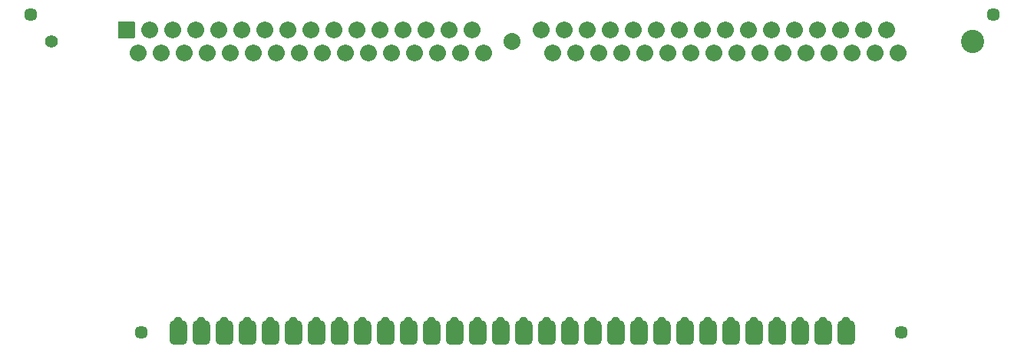
<source format=gbs>
G04 #@! TF.GenerationSoftware,KiCad,Pcbnew,(5.1.10-1-10_14)*
G04 #@! TF.CreationDate,2021-12-06T12:41:19-05:00*
G04 #@! TF.ProjectId,Adapter-30,41646170-7465-4722-9d33-302e6b696361,1.0-SOP*
G04 #@! TF.SameCoordinates,Original*
G04 #@! TF.FileFunction,Soldermask,Bot*
G04 #@! TF.FilePolarity,Negative*
%FSLAX46Y46*%
G04 Gerber Fmt 4.6, Leading zero omitted, Abs format (unit mm)*
G04 Created by KiCad (PCBNEW (5.1.10-1-10_14)) date 2021-12-06 12:41:19*
%MOMM*%
%LPD*%
G01*
G04 APERTURE LIST*
%ADD10C,1.448000*%
%ADD11C,0.952400*%
%ADD12O,1.852400X1.852400*%
%ADD13C,2.562400*%
%ADD14C,1.422400*%
%ADD15C,1.862400*%
%ADD16C,0.100000*%
G04 APERTURE END LIST*
D10*
X163576000Y-100076000D03*
X79756000Y-100076000D03*
X173736000Y-65024000D03*
G36*
G01*
X82854800Y-100939600D02*
X82854800Y-99212400D01*
G75*
G02*
X83337400Y-98729800I482600J0D01*
G01*
X84302600Y-98729800D01*
G75*
G02*
X84785200Y-99212400I0J-482600D01*
G01*
X84785200Y-100939600D01*
G75*
G02*
X84302600Y-101422200I-482600J0D01*
G01*
X83337400Y-101422200D01*
G75*
G02*
X82854800Y-100939600I0J482600D01*
G01*
G37*
G36*
G01*
X85394800Y-100939600D02*
X85394800Y-99212400D01*
G75*
G02*
X85877400Y-98729800I482600J0D01*
G01*
X86842600Y-98729800D01*
G75*
G02*
X87325200Y-99212400I0J-482600D01*
G01*
X87325200Y-100939600D01*
G75*
G02*
X86842600Y-101422200I-482600J0D01*
G01*
X85877400Y-101422200D01*
G75*
G02*
X85394800Y-100939600I0J482600D01*
G01*
G37*
G36*
G01*
X87934800Y-100939600D02*
X87934800Y-99212400D01*
G75*
G02*
X88417400Y-98729800I482600J0D01*
G01*
X89382600Y-98729800D01*
G75*
G02*
X89865200Y-99212400I0J-482600D01*
G01*
X89865200Y-100939600D01*
G75*
G02*
X89382600Y-101422200I-482600J0D01*
G01*
X88417400Y-101422200D01*
G75*
G02*
X87934800Y-100939600I0J482600D01*
G01*
G37*
G36*
G01*
X90474800Y-100939600D02*
X90474800Y-99212400D01*
G75*
G02*
X90957400Y-98729800I482600J0D01*
G01*
X91922600Y-98729800D01*
G75*
G02*
X92405200Y-99212400I0J-482600D01*
G01*
X92405200Y-100939600D01*
G75*
G02*
X91922600Y-101422200I-482600J0D01*
G01*
X90957400Y-101422200D01*
G75*
G02*
X90474800Y-100939600I0J482600D01*
G01*
G37*
G36*
G01*
X93014800Y-100939600D02*
X93014800Y-99212400D01*
G75*
G02*
X93497400Y-98729800I482600J0D01*
G01*
X94462600Y-98729800D01*
G75*
G02*
X94945200Y-99212400I0J-482600D01*
G01*
X94945200Y-100939600D01*
G75*
G02*
X94462600Y-101422200I-482600J0D01*
G01*
X93497400Y-101422200D01*
G75*
G02*
X93014800Y-100939600I0J482600D01*
G01*
G37*
G36*
G01*
X95554800Y-100939600D02*
X95554800Y-99212400D01*
G75*
G02*
X96037400Y-98729800I482600J0D01*
G01*
X97002600Y-98729800D01*
G75*
G02*
X97485200Y-99212400I0J-482600D01*
G01*
X97485200Y-100939600D01*
G75*
G02*
X97002600Y-101422200I-482600J0D01*
G01*
X96037400Y-101422200D01*
G75*
G02*
X95554800Y-100939600I0J482600D01*
G01*
G37*
G36*
G01*
X98094800Y-100939600D02*
X98094800Y-99212400D01*
G75*
G02*
X98577400Y-98729800I482600J0D01*
G01*
X99542600Y-98729800D01*
G75*
G02*
X100025200Y-99212400I0J-482600D01*
G01*
X100025200Y-100939600D01*
G75*
G02*
X99542600Y-101422200I-482600J0D01*
G01*
X98577400Y-101422200D01*
G75*
G02*
X98094800Y-100939600I0J482600D01*
G01*
G37*
G36*
G01*
X100634800Y-100939600D02*
X100634800Y-99212400D01*
G75*
G02*
X101117400Y-98729800I482600J0D01*
G01*
X102082600Y-98729800D01*
G75*
G02*
X102565200Y-99212400I0J-482600D01*
G01*
X102565200Y-100939600D01*
G75*
G02*
X102082600Y-101422200I-482600J0D01*
G01*
X101117400Y-101422200D01*
G75*
G02*
X100634800Y-100939600I0J482600D01*
G01*
G37*
G36*
G01*
X103174800Y-100939600D02*
X103174800Y-99212400D01*
G75*
G02*
X103657400Y-98729800I482600J0D01*
G01*
X104622600Y-98729800D01*
G75*
G02*
X105105200Y-99212400I0J-482600D01*
G01*
X105105200Y-100939600D01*
G75*
G02*
X104622600Y-101422200I-482600J0D01*
G01*
X103657400Y-101422200D01*
G75*
G02*
X103174800Y-100939600I0J482600D01*
G01*
G37*
G36*
G01*
X105714800Y-100939600D02*
X105714800Y-99212400D01*
G75*
G02*
X106197400Y-98729800I482600J0D01*
G01*
X107162600Y-98729800D01*
G75*
G02*
X107645200Y-99212400I0J-482600D01*
G01*
X107645200Y-100939600D01*
G75*
G02*
X107162600Y-101422200I-482600J0D01*
G01*
X106197400Y-101422200D01*
G75*
G02*
X105714800Y-100939600I0J482600D01*
G01*
G37*
G36*
G01*
X108254800Y-100939600D02*
X108254800Y-99212400D01*
G75*
G02*
X108737400Y-98729800I482600J0D01*
G01*
X109702600Y-98729800D01*
G75*
G02*
X110185200Y-99212400I0J-482600D01*
G01*
X110185200Y-100939600D01*
G75*
G02*
X109702600Y-101422200I-482600J0D01*
G01*
X108737400Y-101422200D01*
G75*
G02*
X108254800Y-100939600I0J482600D01*
G01*
G37*
G36*
G01*
X110794800Y-100939600D02*
X110794800Y-99212400D01*
G75*
G02*
X111277400Y-98729800I482600J0D01*
G01*
X112242600Y-98729800D01*
G75*
G02*
X112725200Y-99212400I0J-482600D01*
G01*
X112725200Y-100939600D01*
G75*
G02*
X112242600Y-101422200I-482600J0D01*
G01*
X111277400Y-101422200D01*
G75*
G02*
X110794800Y-100939600I0J482600D01*
G01*
G37*
G36*
G01*
X113334800Y-100939600D02*
X113334800Y-99212400D01*
G75*
G02*
X113817400Y-98729800I482600J0D01*
G01*
X114782600Y-98729800D01*
G75*
G02*
X115265200Y-99212400I0J-482600D01*
G01*
X115265200Y-100939600D01*
G75*
G02*
X114782600Y-101422200I-482600J0D01*
G01*
X113817400Y-101422200D01*
G75*
G02*
X113334800Y-100939600I0J482600D01*
G01*
G37*
G36*
G01*
X115874800Y-100939600D02*
X115874800Y-99212400D01*
G75*
G02*
X116357400Y-98729800I482600J0D01*
G01*
X117322600Y-98729800D01*
G75*
G02*
X117805200Y-99212400I0J-482600D01*
G01*
X117805200Y-100939600D01*
G75*
G02*
X117322600Y-101422200I-482600J0D01*
G01*
X116357400Y-101422200D01*
G75*
G02*
X115874800Y-100939600I0J482600D01*
G01*
G37*
G36*
G01*
X118414800Y-100939600D02*
X118414800Y-99212400D01*
G75*
G02*
X118897400Y-98729800I482600J0D01*
G01*
X119862600Y-98729800D01*
G75*
G02*
X120345200Y-99212400I0J-482600D01*
G01*
X120345200Y-100939600D01*
G75*
G02*
X119862600Y-101422200I-482600J0D01*
G01*
X118897400Y-101422200D01*
G75*
G02*
X118414800Y-100939600I0J482600D01*
G01*
G37*
G36*
G01*
X120954800Y-100939600D02*
X120954800Y-99212400D01*
G75*
G02*
X121437400Y-98729800I482600J0D01*
G01*
X122402600Y-98729800D01*
G75*
G02*
X122885200Y-99212400I0J-482600D01*
G01*
X122885200Y-100939600D01*
G75*
G02*
X122402600Y-101422200I-482600J0D01*
G01*
X121437400Y-101422200D01*
G75*
G02*
X120954800Y-100939600I0J482600D01*
G01*
G37*
G36*
G01*
X123494800Y-100939600D02*
X123494800Y-99212400D01*
G75*
G02*
X123977400Y-98729800I482600J0D01*
G01*
X124942600Y-98729800D01*
G75*
G02*
X125425200Y-99212400I0J-482600D01*
G01*
X125425200Y-100939600D01*
G75*
G02*
X124942600Y-101422200I-482600J0D01*
G01*
X123977400Y-101422200D01*
G75*
G02*
X123494800Y-100939600I0J482600D01*
G01*
G37*
G36*
G01*
X126034800Y-100939600D02*
X126034800Y-99212400D01*
G75*
G02*
X126517400Y-98729800I482600J0D01*
G01*
X127482600Y-98729800D01*
G75*
G02*
X127965200Y-99212400I0J-482600D01*
G01*
X127965200Y-100939600D01*
G75*
G02*
X127482600Y-101422200I-482600J0D01*
G01*
X126517400Y-101422200D01*
G75*
G02*
X126034800Y-100939600I0J482600D01*
G01*
G37*
G36*
G01*
X128574800Y-100939600D02*
X128574800Y-99212400D01*
G75*
G02*
X129057400Y-98729800I482600J0D01*
G01*
X130022600Y-98729800D01*
G75*
G02*
X130505200Y-99212400I0J-482600D01*
G01*
X130505200Y-100939600D01*
G75*
G02*
X130022600Y-101422200I-482600J0D01*
G01*
X129057400Y-101422200D01*
G75*
G02*
X128574800Y-100939600I0J482600D01*
G01*
G37*
G36*
G01*
X131114800Y-100939600D02*
X131114800Y-99212400D01*
G75*
G02*
X131597400Y-98729800I482600J0D01*
G01*
X132562600Y-98729800D01*
G75*
G02*
X133045200Y-99212400I0J-482600D01*
G01*
X133045200Y-100939600D01*
G75*
G02*
X132562600Y-101422200I-482600J0D01*
G01*
X131597400Y-101422200D01*
G75*
G02*
X131114800Y-100939600I0J482600D01*
G01*
G37*
G36*
G01*
X133654800Y-100939600D02*
X133654800Y-99212400D01*
G75*
G02*
X134137400Y-98729800I482600J0D01*
G01*
X135102600Y-98729800D01*
G75*
G02*
X135585200Y-99212400I0J-482600D01*
G01*
X135585200Y-100939600D01*
G75*
G02*
X135102600Y-101422200I-482600J0D01*
G01*
X134137400Y-101422200D01*
G75*
G02*
X133654800Y-100939600I0J482600D01*
G01*
G37*
G36*
G01*
X136194800Y-100939600D02*
X136194800Y-99212400D01*
G75*
G02*
X136677400Y-98729800I482600J0D01*
G01*
X137642600Y-98729800D01*
G75*
G02*
X138125200Y-99212400I0J-482600D01*
G01*
X138125200Y-100939600D01*
G75*
G02*
X137642600Y-101422200I-482600J0D01*
G01*
X136677400Y-101422200D01*
G75*
G02*
X136194800Y-100939600I0J482600D01*
G01*
G37*
G36*
G01*
X138734800Y-100939600D02*
X138734800Y-99212400D01*
G75*
G02*
X139217400Y-98729800I482600J0D01*
G01*
X140182600Y-98729800D01*
G75*
G02*
X140665200Y-99212400I0J-482600D01*
G01*
X140665200Y-100939600D01*
G75*
G02*
X140182600Y-101422200I-482600J0D01*
G01*
X139217400Y-101422200D01*
G75*
G02*
X138734800Y-100939600I0J482600D01*
G01*
G37*
G36*
G01*
X141274800Y-100939600D02*
X141274800Y-99212400D01*
G75*
G02*
X141757400Y-98729800I482600J0D01*
G01*
X142722600Y-98729800D01*
G75*
G02*
X143205200Y-99212400I0J-482600D01*
G01*
X143205200Y-100939600D01*
G75*
G02*
X142722600Y-101422200I-482600J0D01*
G01*
X141757400Y-101422200D01*
G75*
G02*
X141274800Y-100939600I0J482600D01*
G01*
G37*
G36*
G01*
X143814800Y-100939600D02*
X143814800Y-99212400D01*
G75*
G02*
X144297400Y-98729800I482600J0D01*
G01*
X145262600Y-98729800D01*
G75*
G02*
X145745200Y-99212400I0J-482600D01*
G01*
X145745200Y-100939600D01*
G75*
G02*
X145262600Y-101422200I-482600J0D01*
G01*
X144297400Y-101422200D01*
G75*
G02*
X143814800Y-100939600I0J482600D01*
G01*
G37*
G36*
G01*
X146354800Y-100939600D02*
X146354800Y-99212400D01*
G75*
G02*
X146837400Y-98729800I482600J0D01*
G01*
X147802600Y-98729800D01*
G75*
G02*
X148285200Y-99212400I0J-482600D01*
G01*
X148285200Y-100939600D01*
G75*
G02*
X147802600Y-101422200I-482600J0D01*
G01*
X146837400Y-101422200D01*
G75*
G02*
X146354800Y-100939600I0J482600D01*
G01*
G37*
G36*
G01*
X148894800Y-100939600D02*
X148894800Y-99212400D01*
G75*
G02*
X149377400Y-98729800I482600J0D01*
G01*
X150342600Y-98729800D01*
G75*
G02*
X150825200Y-99212400I0J-482600D01*
G01*
X150825200Y-100939600D01*
G75*
G02*
X150342600Y-101422200I-482600J0D01*
G01*
X149377400Y-101422200D01*
G75*
G02*
X148894800Y-100939600I0J482600D01*
G01*
G37*
G36*
G01*
X151434800Y-100939600D02*
X151434800Y-99212400D01*
G75*
G02*
X151917400Y-98729800I482600J0D01*
G01*
X152882600Y-98729800D01*
G75*
G02*
X153365200Y-99212400I0J-482600D01*
G01*
X153365200Y-100939600D01*
G75*
G02*
X152882600Y-101422200I-482600J0D01*
G01*
X151917400Y-101422200D01*
G75*
G02*
X151434800Y-100939600I0J482600D01*
G01*
G37*
G36*
G01*
X153974800Y-100939600D02*
X153974800Y-99212400D01*
G75*
G02*
X154457400Y-98729800I482600J0D01*
G01*
X155422600Y-98729800D01*
G75*
G02*
X155905200Y-99212400I0J-482600D01*
G01*
X155905200Y-100939600D01*
G75*
G02*
X155422600Y-101422200I-482600J0D01*
G01*
X154457400Y-101422200D01*
G75*
G02*
X153974800Y-100939600I0J482600D01*
G01*
G37*
G36*
G01*
X156514800Y-100939600D02*
X156514800Y-99212400D01*
G75*
G02*
X156997400Y-98729800I482600J0D01*
G01*
X157962600Y-98729800D01*
G75*
G02*
X158445200Y-99212400I0J-482600D01*
G01*
X158445200Y-100939600D01*
G75*
G02*
X157962600Y-101422200I-482600J0D01*
G01*
X156997400Y-101422200D01*
G75*
G02*
X156514800Y-100939600I0J482600D01*
G01*
G37*
D11*
X88900000Y-98806000D03*
X86360000Y-98806000D03*
X83820000Y-98806000D03*
X93980000Y-98806000D03*
X91440000Y-98806000D03*
X96520000Y-98806000D03*
X99060000Y-98806000D03*
X104140000Y-98806000D03*
X101600000Y-98806000D03*
X109220000Y-98806000D03*
X106680000Y-98806000D03*
X111760000Y-98806000D03*
X116840000Y-98806000D03*
X114300000Y-98806000D03*
X119380000Y-98806000D03*
X124460000Y-98806000D03*
X121920000Y-98806000D03*
X127000000Y-98806000D03*
X149860000Y-98806000D03*
X147320000Y-98806000D03*
X152400000Y-98806000D03*
X134620000Y-98806000D03*
X132080000Y-98806000D03*
X137160000Y-98806000D03*
X142240000Y-98806000D03*
X139700000Y-98806000D03*
X144780000Y-98806000D03*
X129540000Y-98806000D03*
X154940000Y-98806000D03*
X157480000Y-98806000D03*
D10*
X67564000Y-65024000D03*
G36*
G01*
X78955000Y-67601200D02*
X77255000Y-67601200D01*
G75*
G02*
X77178800Y-67525000I0J76200D01*
G01*
X77178800Y-65825000D01*
G75*
G02*
X77255000Y-65748800I76200J0D01*
G01*
X78955000Y-65748800D01*
G75*
G02*
X79031200Y-65825000I0J-76200D01*
G01*
X79031200Y-67525000D01*
G75*
G02*
X78955000Y-67601200I-76200J0D01*
G01*
G37*
D12*
X79375000Y-69215000D03*
X80645000Y-66675000D03*
X81915000Y-69215000D03*
X83185000Y-66675000D03*
X84455000Y-69215000D03*
X85725000Y-66675000D03*
X86995000Y-69215000D03*
X88265000Y-66675000D03*
X89535000Y-69215000D03*
X90805000Y-66675000D03*
X92075000Y-69215000D03*
X93345000Y-66675000D03*
X94615000Y-69215000D03*
X95885000Y-66675000D03*
X97155000Y-69215000D03*
X98425000Y-66675000D03*
X99695000Y-69215000D03*
X100965000Y-66675000D03*
X102235000Y-69215000D03*
X103505000Y-66675000D03*
X104775000Y-69215000D03*
X106045000Y-66675000D03*
X107315000Y-69215000D03*
X108585000Y-66675000D03*
X109855000Y-69215000D03*
X111125000Y-66675000D03*
X112395000Y-69215000D03*
X113665000Y-66675000D03*
X114935000Y-69215000D03*
X116205000Y-66675000D03*
X117475000Y-69215000D03*
X123825000Y-66675000D03*
X125095000Y-69215000D03*
X126365000Y-66675000D03*
X127635000Y-69215000D03*
X128905000Y-66675000D03*
X130175000Y-69215000D03*
X131445000Y-66675000D03*
X132715000Y-69215000D03*
X133985000Y-66675000D03*
X135255000Y-69215000D03*
X136525000Y-66675000D03*
X137795000Y-69215000D03*
X139065000Y-66675000D03*
X140335000Y-69215000D03*
X141605000Y-66675000D03*
X142875000Y-69215000D03*
X144145000Y-66675000D03*
X145415000Y-69215000D03*
X146685000Y-66675000D03*
X147955000Y-69215000D03*
X149225000Y-66675000D03*
X150495000Y-69215000D03*
X151765000Y-66675000D03*
X153035000Y-69215000D03*
X154305000Y-66675000D03*
X155575000Y-69215000D03*
X156845000Y-66675000D03*
X158115000Y-69215000D03*
X159385000Y-66675000D03*
X160655000Y-69215000D03*
X161925000Y-66675000D03*
X163195000Y-69215000D03*
D13*
X171450000Y-67945000D03*
D14*
X69850000Y-67945000D03*
D15*
X120650000Y-67945000D03*
D16*
G36*
X101142407Y-98684071D02*
G01*
X101142782Y-98685678D01*
X101133928Y-98730190D01*
X101131966Y-98731800D01*
X101117494Y-98731800D01*
X101023644Y-98741043D01*
X100933486Y-98768393D01*
X100850398Y-98812804D01*
X100777571Y-98872571D01*
X100717804Y-98945398D01*
X100673393Y-99028486D01*
X100646043Y-99118644D01*
X100636790Y-99212596D01*
X100635625Y-99214222D01*
X100633635Y-99214026D01*
X100632800Y-99212400D01*
X100632800Y-99183767D01*
X100632810Y-99183571D01*
X100641774Y-99092560D01*
X100641850Y-99092175D01*
X100667489Y-99007651D01*
X100667639Y-99007289D01*
X100709274Y-98929397D01*
X100709492Y-98929071D01*
X100765521Y-98860798D01*
X100765798Y-98860521D01*
X100834071Y-98804492D01*
X100834397Y-98804274D01*
X100912289Y-98762639D01*
X100912651Y-98762489D01*
X100997174Y-98736850D01*
X100997559Y-98736774D01*
X101085979Y-98728065D01*
X101097907Y-98725693D01*
X101109042Y-98721080D01*
X101119065Y-98714383D01*
X101127587Y-98705861D01*
X101134284Y-98695838D01*
X101138972Y-98684523D01*
X101140559Y-98683305D01*
X101142407Y-98684071D01*
G37*
G36*
X88442407Y-98684071D02*
G01*
X88442782Y-98685678D01*
X88433928Y-98730190D01*
X88431966Y-98731800D01*
X88417494Y-98731800D01*
X88323644Y-98741043D01*
X88233486Y-98768393D01*
X88150398Y-98812804D01*
X88077571Y-98872571D01*
X88017804Y-98945398D01*
X87973393Y-99028486D01*
X87946043Y-99118644D01*
X87936790Y-99212596D01*
X87935625Y-99214222D01*
X87933635Y-99214026D01*
X87932800Y-99212400D01*
X87932800Y-99183767D01*
X87932810Y-99183571D01*
X87941774Y-99092560D01*
X87941850Y-99092175D01*
X87967489Y-99007651D01*
X87967639Y-99007289D01*
X88009274Y-98929397D01*
X88009492Y-98929071D01*
X88065521Y-98860798D01*
X88065798Y-98860521D01*
X88134071Y-98804492D01*
X88134397Y-98804274D01*
X88212289Y-98762639D01*
X88212651Y-98762489D01*
X88297174Y-98736850D01*
X88297559Y-98736774D01*
X88385979Y-98728065D01*
X88397907Y-98725693D01*
X88409042Y-98721080D01*
X88419065Y-98714383D01*
X88427587Y-98705861D01*
X88434284Y-98695838D01*
X88438972Y-98684523D01*
X88440559Y-98683305D01*
X88442407Y-98684071D01*
G37*
G36*
X121462407Y-98684071D02*
G01*
X121462782Y-98685678D01*
X121453928Y-98730190D01*
X121451966Y-98731800D01*
X121437494Y-98731800D01*
X121343644Y-98741043D01*
X121253486Y-98768393D01*
X121170398Y-98812804D01*
X121097571Y-98872571D01*
X121037804Y-98945398D01*
X120993393Y-99028486D01*
X120966043Y-99118644D01*
X120956790Y-99212596D01*
X120955625Y-99214222D01*
X120953635Y-99214026D01*
X120952800Y-99212400D01*
X120952800Y-99183767D01*
X120952810Y-99183571D01*
X120961774Y-99092560D01*
X120961850Y-99092175D01*
X120987489Y-99007651D01*
X120987639Y-99007289D01*
X121029274Y-98929397D01*
X121029492Y-98929071D01*
X121085521Y-98860798D01*
X121085798Y-98860521D01*
X121154071Y-98804492D01*
X121154397Y-98804274D01*
X121232289Y-98762639D01*
X121232651Y-98762489D01*
X121317174Y-98736850D01*
X121317559Y-98736774D01*
X121405979Y-98728065D01*
X121417907Y-98725693D01*
X121429042Y-98721080D01*
X121439065Y-98714383D01*
X121447587Y-98705861D01*
X121454284Y-98695838D01*
X121458972Y-98684523D01*
X121460559Y-98683305D01*
X121462407Y-98684071D01*
G37*
G36*
X151942407Y-98684071D02*
G01*
X151942782Y-98685678D01*
X151933928Y-98730190D01*
X151931966Y-98731800D01*
X151917494Y-98731800D01*
X151823644Y-98741043D01*
X151733486Y-98768393D01*
X151650398Y-98812804D01*
X151577571Y-98872571D01*
X151517804Y-98945398D01*
X151473393Y-99028486D01*
X151446043Y-99118644D01*
X151436790Y-99212596D01*
X151435625Y-99214222D01*
X151433635Y-99214026D01*
X151432800Y-99212400D01*
X151432800Y-99183767D01*
X151432810Y-99183571D01*
X151441774Y-99092560D01*
X151441850Y-99092175D01*
X151467489Y-99007651D01*
X151467639Y-99007289D01*
X151509274Y-98929397D01*
X151509492Y-98929071D01*
X151565521Y-98860798D01*
X151565798Y-98860521D01*
X151634071Y-98804492D01*
X151634397Y-98804274D01*
X151712289Y-98762639D01*
X151712651Y-98762489D01*
X151797174Y-98736850D01*
X151797559Y-98736774D01*
X151885979Y-98728065D01*
X151897907Y-98725693D01*
X151909042Y-98721080D01*
X151919065Y-98714383D01*
X151927587Y-98705861D01*
X151934284Y-98695838D01*
X151938972Y-98684523D01*
X151940559Y-98683305D01*
X151942407Y-98684071D01*
G37*
G36*
X124002407Y-98684071D02*
G01*
X124002782Y-98685678D01*
X123993928Y-98730190D01*
X123991966Y-98731800D01*
X123977494Y-98731800D01*
X123883644Y-98741043D01*
X123793486Y-98768393D01*
X123710398Y-98812804D01*
X123637571Y-98872571D01*
X123577804Y-98945398D01*
X123533393Y-99028486D01*
X123506043Y-99118644D01*
X123496790Y-99212596D01*
X123495625Y-99214222D01*
X123493635Y-99214026D01*
X123492800Y-99212400D01*
X123492800Y-99183767D01*
X123492810Y-99183571D01*
X123501774Y-99092560D01*
X123501850Y-99092175D01*
X123527489Y-99007651D01*
X123527639Y-99007289D01*
X123569274Y-98929397D01*
X123569492Y-98929071D01*
X123625521Y-98860798D01*
X123625798Y-98860521D01*
X123694071Y-98804492D01*
X123694397Y-98804274D01*
X123772289Y-98762639D01*
X123772651Y-98762489D01*
X123857174Y-98736850D01*
X123857559Y-98736774D01*
X123945979Y-98728065D01*
X123957907Y-98725693D01*
X123969042Y-98721080D01*
X123979065Y-98714383D01*
X123987587Y-98705861D01*
X123994284Y-98695838D01*
X123998972Y-98684523D01*
X124000559Y-98683305D01*
X124002407Y-98684071D01*
G37*
G36*
X90982407Y-98684071D02*
G01*
X90982782Y-98685678D01*
X90973928Y-98730190D01*
X90971966Y-98731800D01*
X90957494Y-98731800D01*
X90863644Y-98741043D01*
X90773486Y-98768393D01*
X90690398Y-98812804D01*
X90617571Y-98872571D01*
X90557804Y-98945398D01*
X90513393Y-99028486D01*
X90486043Y-99118644D01*
X90476790Y-99212596D01*
X90475625Y-99214222D01*
X90473635Y-99214026D01*
X90472800Y-99212400D01*
X90472800Y-99183767D01*
X90472810Y-99183571D01*
X90481774Y-99092560D01*
X90481850Y-99092175D01*
X90507489Y-99007651D01*
X90507639Y-99007289D01*
X90549274Y-98929397D01*
X90549492Y-98929071D01*
X90605521Y-98860798D01*
X90605798Y-98860521D01*
X90674071Y-98804492D01*
X90674397Y-98804274D01*
X90752289Y-98762639D01*
X90752651Y-98762489D01*
X90837174Y-98736850D01*
X90837559Y-98736774D01*
X90925979Y-98728065D01*
X90937907Y-98725693D01*
X90949042Y-98721080D01*
X90959065Y-98714383D01*
X90967587Y-98705861D01*
X90974284Y-98695838D01*
X90978972Y-98684523D01*
X90980559Y-98683305D01*
X90982407Y-98684071D01*
G37*
G36*
X118922407Y-98684071D02*
G01*
X118922782Y-98685678D01*
X118913928Y-98730190D01*
X118911966Y-98731800D01*
X118897494Y-98731800D01*
X118803644Y-98741043D01*
X118713486Y-98768393D01*
X118630398Y-98812804D01*
X118557571Y-98872571D01*
X118497804Y-98945398D01*
X118453393Y-99028486D01*
X118426043Y-99118644D01*
X118416790Y-99212596D01*
X118415625Y-99214222D01*
X118413635Y-99214026D01*
X118412800Y-99212400D01*
X118412800Y-99183767D01*
X118412810Y-99183571D01*
X118421774Y-99092560D01*
X118421850Y-99092175D01*
X118447489Y-99007651D01*
X118447639Y-99007289D01*
X118489274Y-98929397D01*
X118489492Y-98929071D01*
X118545521Y-98860798D01*
X118545798Y-98860521D01*
X118614071Y-98804492D01*
X118614397Y-98804274D01*
X118692289Y-98762639D01*
X118692651Y-98762489D01*
X118777174Y-98736850D01*
X118777559Y-98736774D01*
X118865979Y-98728065D01*
X118877907Y-98725693D01*
X118889042Y-98721080D01*
X118899065Y-98714383D01*
X118907587Y-98705861D01*
X118914284Y-98695838D01*
X118918972Y-98684523D01*
X118920559Y-98683305D01*
X118922407Y-98684071D01*
G37*
G36*
X149402407Y-98684071D02*
G01*
X149402782Y-98685678D01*
X149393928Y-98730190D01*
X149391966Y-98731800D01*
X149377494Y-98731800D01*
X149283644Y-98741043D01*
X149193486Y-98768393D01*
X149110398Y-98812804D01*
X149037571Y-98872571D01*
X148977804Y-98945398D01*
X148933393Y-99028486D01*
X148906043Y-99118644D01*
X148896790Y-99212596D01*
X148895625Y-99214222D01*
X148893635Y-99214026D01*
X148892800Y-99212400D01*
X148892800Y-99183767D01*
X148892810Y-99183571D01*
X148901774Y-99092560D01*
X148901850Y-99092175D01*
X148927489Y-99007651D01*
X148927639Y-99007289D01*
X148969274Y-98929397D01*
X148969492Y-98929071D01*
X149025521Y-98860798D01*
X149025798Y-98860521D01*
X149094071Y-98804492D01*
X149094397Y-98804274D01*
X149172289Y-98762639D01*
X149172651Y-98762489D01*
X149257174Y-98736850D01*
X149257559Y-98736774D01*
X149345979Y-98728065D01*
X149357907Y-98725693D01*
X149369042Y-98721080D01*
X149379065Y-98714383D01*
X149387587Y-98705861D01*
X149394284Y-98695838D01*
X149398972Y-98684523D01*
X149400559Y-98683305D01*
X149402407Y-98684071D01*
G37*
G36*
X83362407Y-98684071D02*
G01*
X83362782Y-98685678D01*
X83353928Y-98730190D01*
X83351966Y-98731800D01*
X83337494Y-98731800D01*
X83243644Y-98741043D01*
X83153486Y-98768393D01*
X83070398Y-98812804D01*
X82997571Y-98872571D01*
X82937804Y-98945398D01*
X82893393Y-99028486D01*
X82866043Y-99118644D01*
X82856790Y-99212596D01*
X82855625Y-99214222D01*
X82853635Y-99214026D01*
X82852800Y-99212400D01*
X82852800Y-99183767D01*
X82852810Y-99183571D01*
X82861774Y-99092560D01*
X82861850Y-99092175D01*
X82887489Y-99007651D01*
X82887639Y-99007289D01*
X82929274Y-98929397D01*
X82929492Y-98929071D01*
X82985521Y-98860798D01*
X82985798Y-98860521D01*
X83054071Y-98804492D01*
X83054397Y-98804274D01*
X83132289Y-98762639D01*
X83132651Y-98762489D01*
X83217174Y-98736850D01*
X83217559Y-98736774D01*
X83305979Y-98728065D01*
X83317907Y-98725693D01*
X83329042Y-98721080D01*
X83339065Y-98714383D01*
X83347587Y-98705861D01*
X83354284Y-98695838D01*
X83358972Y-98684523D01*
X83360559Y-98683305D01*
X83362407Y-98684071D01*
G37*
G36*
X126542407Y-98684071D02*
G01*
X126542782Y-98685678D01*
X126533928Y-98730190D01*
X126531966Y-98731800D01*
X126517494Y-98731800D01*
X126423644Y-98741043D01*
X126333486Y-98768393D01*
X126250398Y-98812804D01*
X126177571Y-98872571D01*
X126117804Y-98945398D01*
X126073393Y-99028486D01*
X126046043Y-99118644D01*
X126036790Y-99212596D01*
X126035625Y-99214222D01*
X126033635Y-99214026D01*
X126032800Y-99212400D01*
X126032800Y-99183767D01*
X126032810Y-99183571D01*
X126041774Y-99092560D01*
X126041850Y-99092175D01*
X126067489Y-99007651D01*
X126067639Y-99007289D01*
X126109274Y-98929397D01*
X126109492Y-98929071D01*
X126165521Y-98860798D01*
X126165798Y-98860521D01*
X126234071Y-98804492D01*
X126234397Y-98804274D01*
X126312289Y-98762639D01*
X126312651Y-98762489D01*
X126397174Y-98736850D01*
X126397559Y-98736774D01*
X126485979Y-98728065D01*
X126497907Y-98725693D01*
X126509042Y-98721080D01*
X126519065Y-98714383D01*
X126527587Y-98705861D01*
X126534284Y-98695838D01*
X126538972Y-98684523D01*
X126540559Y-98683305D01*
X126542407Y-98684071D01*
G37*
G36*
X93522407Y-98684071D02*
G01*
X93522782Y-98685678D01*
X93513928Y-98730190D01*
X93511966Y-98731800D01*
X93497494Y-98731800D01*
X93403644Y-98741043D01*
X93313486Y-98768393D01*
X93230398Y-98812804D01*
X93157571Y-98872571D01*
X93097804Y-98945398D01*
X93053393Y-99028486D01*
X93026043Y-99118644D01*
X93016790Y-99212596D01*
X93015625Y-99214222D01*
X93013635Y-99214026D01*
X93012800Y-99212400D01*
X93012800Y-99183767D01*
X93012810Y-99183571D01*
X93021774Y-99092560D01*
X93021850Y-99092175D01*
X93047489Y-99007651D01*
X93047639Y-99007289D01*
X93089274Y-98929397D01*
X93089492Y-98929071D01*
X93145521Y-98860798D01*
X93145798Y-98860521D01*
X93214071Y-98804492D01*
X93214397Y-98804274D01*
X93292289Y-98762639D01*
X93292651Y-98762489D01*
X93377174Y-98736850D01*
X93377559Y-98736774D01*
X93465979Y-98728065D01*
X93477907Y-98725693D01*
X93489042Y-98721080D01*
X93499065Y-98714383D01*
X93507587Y-98705861D01*
X93514284Y-98695838D01*
X93518972Y-98684523D01*
X93520559Y-98683305D01*
X93522407Y-98684071D01*
G37*
G36*
X116382407Y-98684071D02*
G01*
X116382782Y-98685678D01*
X116373928Y-98730190D01*
X116371966Y-98731800D01*
X116357494Y-98731800D01*
X116263644Y-98741043D01*
X116173486Y-98768393D01*
X116090398Y-98812804D01*
X116017571Y-98872571D01*
X115957804Y-98945398D01*
X115913393Y-99028486D01*
X115886043Y-99118644D01*
X115876790Y-99212596D01*
X115875625Y-99214222D01*
X115873635Y-99214026D01*
X115872800Y-99212400D01*
X115872800Y-99183767D01*
X115872810Y-99183571D01*
X115881774Y-99092560D01*
X115881850Y-99092175D01*
X115907489Y-99007651D01*
X115907639Y-99007289D01*
X115949274Y-98929397D01*
X115949492Y-98929071D01*
X116005521Y-98860798D01*
X116005798Y-98860521D01*
X116074071Y-98804492D01*
X116074397Y-98804274D01*
X116152289Y-98762639D01*
X116152651Y-98762489D01*
X116237174Y-98736850D01*
X116237559Y-98736774D01*
X116325979Y-98728065D01*
X116337907Y-98725693D01*
X116349042Y-98721080D01*
X116359065Y-98714383D01*
X116367587Y-98705861D01*
X116374284Y-98695838D01*
X116378972Y-98684523D01*
X116380559Y-98683305D01*
X116382407Y-98684071D01*
G37*
G36*
X154482407Y-98684071D02*
G01*
X154482782Y-98685678D01*
X154473928Y-98730190D01*
X154471966Y-98731800D01*
X154457494Y-98731800D01*
X154363644Y-98741043D01*
X154273486Y-98768393D01*
X154190398Y-98812804D01*
X154117571Y-98872571D01*
X154057804Y-98945398D01*
X154013393Y-99028486D01*
X153986043Y-99118644D01*
X153976790Y-99212596D01*
X153975625Y-99214222D01*
X153973635Y-99214026D01*
X153972800Y-99212400D01*
X153972800Y-99183767D01*
X153972810Y-99183571D01*
X153981774Y-99092560D01*
X153981850Y-99092175D01*
X154007489Y-99007651D01*
X154007639Y-99007289D01*
X154049274Y-98929397D01*
X154049492Y-98929071D01*
X154105521Y-98860798D01*
X154105798Y-98860521D01*
X154174071Y-98804492D01*
X154174397Y-98804274D01*
X154252289Y-98762639D01*
X154252651Y-98762489D01*
X154337174Y-98736850D01*
X154337559Y-98736774D01*
X154425979Y-98728065D01*
X154437907Y-98725693D01*
X154449042Y-98721080D01*
X154459065Y-98714383D01*
X154467587Y-98705861D01*
X154474284Y-98695838D01*
X154478972Y-98684523D01*
X154480559Y-98683305D01*
X154482407Y-98684071D01*
G37*
G36*
X129082407Y-98684071D02*
G01*
X129082782Y-98685678D01*
X129073928Y-98730190D01*
X129071966Y-98731800D01*
X129057494Y-98731800D01*
X128963644Y-98741043D01*
X128873486Y-98768393D01*
X128790398Y-98812804D01*
X128717571Y-98872571D01*
X128657804Y-98945398D01*
X128613393Y-99028486D01*
X128586043Y-99118644D01*
X128576790Y-99212596D01*
X128575625Y-99214222D01*
X128573635Y-99214026D01*
X128572800Y-99212400D01*
X128572800Y-99183767D01*
X128572810Y-99183571D01*
X128581774Y-99092560D01*
X128581850Y-99092175D01*
X128607489Y-99007651D01*
X128607639Y-99007289D01*
X128649274Y-98929397D01*
X128649492Y-98929071D01*
X128705521Y-98860798D01*
X128705798Y-98860521D01*
X128774071Y-98804492D01*
X128774397Y-98804274D01*
X128852289Y-98762639D01*
X128852651Y-98762489D01*
X128937174Y-98736850D01*
X128937559Y-98736774D01*
X129025979Y-98728065D01*
X129037907Y-98725693D01*
X129049042Y-98721080D01*
X129059065Y-98714383D01*
X129067587Y-98705861D01*
X129074284Y-98695838D01*
X129078972Y-98684523D01*
X129080559Y-98683305D01*
X129082407Y-98684071D01*
G37*
G36*
X146862407Y-98684071D02*
G01*
X146862782Y-98685678D01*
X146853928Y-98730190D01*
X146851966Y-98731800D01*
X146837494Y-98731800D01*
X146743644Y-98741043D01*
X146653486Y-98768393D01*
X146570398Y-98812804D01*
X146497571Y-98872571D01*
X146437804Y-98945398D01*
X146393393Y-99028486D01*
X146366043Y-99118644D01*
X146356790Y-99212596D01*
X146355625Y-99214222D01*
X146353635Y-99214026D01*
X146352800Y-99212400D01*
X146352800Y-99183767D01*
X146352810Y-99183571D01*
X146361774Y-99092560D01*
X146361850Y-99092175D01*
X146387489Y-99007651D01*
X146387639Y-99007289D01*
X146429274Y-98929397D01*
X146429492Y-98929071D01*
X146485521Y-98860798D01*
X146485798Y-98860521D01*
X146554071Y-98804492D01*
X146554397Y-98804274D01*
X146632289Y-98762639D01*
X146632651Y-98762489D01*
X146717174Y-98736850D01*
X146717559Y-98736774D01*
X146805979Y-98728065D01*
X146817907Y-98725693D01*
X146829042Y-98721080D01*
X146839065Y-98714383D01*
X146847587Y-98705861D01*
X146854284Y-98695838D01*
X146858972Y-98684523D01*
X146860559Y-98683305D01*
X146862407Y-98684071D01*
G37*
G36*
X113842407Y-98684071D02*
G01*
X113842782Y-98685678D01*
X113833928Y-98730190D01*
X113831966Y-98731800D01*
X113817494Y-98731800D01*
X113723644Y-98741043D01*
X113633486Y-98768393D01*
X113550398Y-98812804D01*
X113477571Y-98872571D01*
X113417804Y-98945398D01*
X113373393Y-99028486D01*
X113346043Y-99118644D01*
X113336790Y-99212596D01*
X113335625Y-99214222D01*
X113333635Y-99214026D01*
X113332800Y-99212400D01*
X113332800Y-99183767D01*
X113332810Y-99183571D01*
X113341774Y-99092560D01*
X113341850Y-99092175D01*
X113367489Y-99007651D01*
X113367639Y-99007289D01*
X113409274Y-98929397D01*
X113409492Y-98929071D01*
X113465521Y-98860798D01*
X113465798Y-98860521D01*
X113534071Y-98804492D01*
X113534397Y-98804274D01*
X113612289Y-98762639D01*
X113612651Y-98762489D01*
X113697174Y-98736850D01*
X113697559Y-98736774D01*
X113785979Y-98728065D01*
X113797907Y-98725693D01*
X113809042Y-98721080D01*
X113819065Y-98714383D01*
X113827587Y-98705861D01*
X113834284Y-98695838D01*
X113838972Y-98684523D01*
X113840559Y-98683305D01*
X113842407Y-98684071D01*
G37*
G36*
X96062407Y-98684071D02*
G01*
X96062782Y-98685678D01*
X96053928Y-98730190D01*
X96051966Y-98731800D01*
X96037494Y-98731800D01*
X95943644Y-98741043D01*
X95853486Y-98768393D01*
X95770398Y-98812804D01*
X95697571Y-98872571D01*
X95637804Y-98945398D01*
X95593393Y-99028486D01*
X95566043Y-99118644D01*
X95556790Y-99212596D01*
X95555625Y-99214222D01*
X95553635Y-99214026D01*
X95552800Y-99212400D01*
X95552800Y-99183767D01*
X95552810Y-99183571D01*
X95561774Y-99092560D01*
X95561850Y-99092175D01*
X95587489Y-99007651D01*
X95587639Y-99007289D01*
X95629274Y-98929397D01*
X95629492Y-98929071D01*
X95685521Y-98860798D01*
X95685798Y-98860521D01*
X95754071Y-98804492D01*
X95754397Y-98804274D01*
X95832289Y-98762639D01*
X95832651Y-98762489D01*
X95917174Y-98736850D01*
X95917559Y-98736774D01*
X96005979Y-98728065D01*
X96017907Y-98725693D01*
X96029042Y-98721080D01*
X96039065Y-98714383D01*
X96047587Y-98705861D01*
X96054284Y-98695838D01*
X96058972Y-98684523D01*
X96060559Y-98683305D01*
X96062407Y-98684071D01*
G37*
G36*
X157022407Y-98684071D02*
G01*
X157022782Y-98685678D01*
X157013928Y-98730190D01*
X157011966Y-98731800D01*
X156997494Y-98731800D01*
X156903644Y-98741043D01*
X156813486Y-98768393D01*
X156730398Y-98812804D01*
X156657571Y-98872571D01*
X156597804Y-98945398D01*
X156553393Y-99028486D01*
X156526043Y-99118644D01*
X156516790Y-99212596D01*
X156515625Y-99214222D01*
X156513635Y-99214026D01*
X156512800Y-99212400D01*
X156512800Y-99183767D01*
X156512810Y-99183571D01*
X156521774Y-99092560D01*
X156521850Y-99092175D01*
X156547489Y-99007651D01*
X156547639Y-99007289D01*
X156589274Y-98929397D01*
X156589492Y-98929071D01*
X156645521Y-98860798D01*
X156645798Y-98860521D01*
X156714071Y-98804492D01*
X156714397Y-98804274D01*
X156792289Y-98762639D01*
X156792651Y-98762489D01*
X156877174Y-98736850D01*
X156877559Y-98736774D01*
X156965979Y-98728065D01*
X156977907Y-98725693D01*
X156989042Y-98721080D01*
X156999065Y-98714383D01*
X157007587Y-98705861D01*
X157014284Y-98695838D01*
X157018972Y-98684523D01*
X157020559Y-98683305D01*
X157022407Y-98684071D01*
G37*
G36*
X144322407Y-98684071D02*
G01*
X144322782Y-98685678D01*
X144313928Y-98730190D01*
X144311966Y-98731800D01*
X144297494Y-98731800D01*
X144203644Y-98741043D01*
X144113486Y-98768393D01*
X144030398Y-98812804D01*
X143957571Y-98872571D01*
X143897804Y-98945398D01*
X143853393Y-99028486D01*
X143826043Y-99118644D01*
X143816790Y-99212596D01*
X143815625Y-99214222D01*
X143813635Y-99214026D01*
X143812800Y-99212400D01*
X143812800Y-99183767D01*
X143812810Y-99183571D01*
X143821774Y-99092560D01*
X143821850Y-99092175D01*
X143847489Y-99007651D01*
X143847639Y-99007289D01*
X143889274Y-98929397D01*
X143889492Y-98929071D01*
X143945521Y-98860798D01*
X143945798Y-98860521D01*
X144014071Y-98804492D01*
X144014397Y-98804274D01*
X144092289Y-98762639D01*
X144092651Y-98762489D01*
X144177174Y-98736850D01*
X144177559Y-98736774D01*
X144265979Y-98728065D01*
X144277907Y-98725693D01*
X144289042Y-98721080D01*
X144299065Y-98714383D01*
X144307587Y-98705861D01*
X144314284Y-98695838D01*
X144318972Y-98684523D01*
X144320559Y-98683305D01*
X144322407Y-98684071D01*
G37*
G36*
X131622407Y-98684071D02*
G01*
X131622782Y-98685678D01*
X131613928Y-98730190D01*
X131611966Y-98731800D01*
X131597494Y-98731800D01*
X131503644Y-98741043D01*
X131413486Y-98768393D01*
X131330398Y-98812804D01*
X131257571Y-98872571D01*
X131197804Y-98945398D01*
X131153393Y-99028486D01*
X131126043Y-99118644D01*
X131116790Y-99212596D01*
X131115625Y-99214222D01*
X131113635Y-99214026D01*
X131112800Y-99212400D01*
X131112800Y-99183767D01*
X131112810Y-99183571D01*
X131121774Y-99092560D01*
X131121850Y-99092175D01*
X131147489Y-99007651D01*
X131147639Y-99007289D01*
X131189274Y-98929397D01*
X131189492Y-98929071D01*
X131245521Y-98860798D01*
X131245798Y-98860521D01*
X131314071Y-98804492D01*
X131314397Y-98804274D01*
X131392289Y-98762639D01*
X131392651Y-98762489D01*
X131477174Y-98736850D01*
X131477559Y-98736774D01*
X131565979Y-98728065D01*
X131577907Y-98725693D01*
X131589042Y-98721080D01*
X131599065Y-98714383D01*
X131607587Y-98705861D01*
X131614284Y-98695838D01*
X131618972Y-98684523D01*
X131620559Y-98683305D01*
X131622407Y-98684071D01*
G37*
G36*
X98602407Y-98684071D02*
G01*
X98602782Y-98685678D01*
X98593928Y-98730190D01*
X98591966Y-98731800D01*
X98577494Y-98731800D01*
X98483644Y-98741043D01*
X98393486Y-98768393D01*
X98310398Y-98812804D01*
X98237571Y-98872571D01*
X98177804Y-98945398D01*
X98133393Y-99028486D01*
X98106043Y-99118644D01*
X98096790Y-99212596D01*
X98095625Y-99214222D01*
X98093635Y-99214026D01*
X98092800Y-99212400D01*
X98092800Y-99183767D01*
X98092810Y-99183571D01*
X98101774Y-99092560D01*
X98101850Y-99092175D01*
X98127489Y-99007651D01*
X98127639Y-99007289D01*
X98169274Y-98929397D01*
X98169492Y-98929071D01*
X98225521Y-98860798D01*
X98225798Y-98860521D01*
X98294071Y-98804492D01*
X98294397Y-98804274D01*
X98372289Y-98762639D01*
X98372651Y-98762489D01*
X98457174Y-98736850D01*
X98457559Y-98736774D01*
X98545979Y-98728065D01*
X98557907Y-98725693D01*
X98569042Y-98721080D01*
X98579065Y-98714383D01*
X98587587Y-98705861D01*
X98594284Y-98695838D01*
X98598972Y-98684523D01*
X98600559Y-98683305D01*
X98602407Y-98684071D01*
G37*
G36*
X111302407Y-98684071D02*
G01*
X111302782Y-98685678D01*
X111293928Y-98730190D01*
X111291966Y-98731800D01*
X111277494Y-98731800D01*
X111183644Y-98741043D01*
X111093486Y-98768393D01*
X111010398Y-98812804D01*
X110937571Y-98872571D01*
X110877804Y-98945398D01*
X110833393Y-99028486D01*
X110806043Y-99118644D01*
X110796790Y-99212596D01*
X110795625Y-99214222D01*
X110793635Y-99214026D01*
X110792800Y-99212400D01*
X110792800Y-99183767D01*
X110792810Y-99183571D01*
X110801774Y-99092560D01*
X110801850Y-99092175D01*
X110827489Y-99007651D01*
X110827639Y-99007289D01*
X110869274Y-98929397D01*
X110869492Y-98929071D01*
X110925521Y-98860798D01*
X110925798Y-98860521D01*
X110994071Y-98804492D01*
X110994397Y-98804274D01*
X111072289Y-98762639D01*
X111072651Y-98762489D01*
X111157174Y-98736850D01*
X111157559Y-98736774D01*
X111245979Y-98728065D01*
X111257907Y-98725693D01*
X111269042Y-98721080D01*
X111279065Y-98714383D01*
X111287587Y-98705861D01*
X111294284Y-98695838D01*
X111298972Y-98684523D01*
X111300559Y-98683305D01*
X111302407Y-98684071D01*
G37*
G36*
X85902407Y-98684071D02*
G01*
X85902782Y-98685678D01*
X85893928Y-98730190D01*
X85891966Y-98731800D01*
X85877494Y-98731800D01*
X85783644Y-98741043D01*
X85693486Y-98768393D01*
X85610398Y-98812804D01*
X85537571Y-98872571D01*
X85477804Y-98945398D01*
X85433393Y-99028486D01*
X85406043Y-99118644D01*
X85396790Y-99212596D01*
X85395625Y-99214222D01*
X85393635Y-99214026D01*
X85392800Y-99212400D01*
X85392800Y-99183767D01*
X85392810Y-99183571D01*
X85401774Y-99092560D01*
X85401850Y-99092175D01*
X85427489Y-99007651D01*
X85427639Y-99007289D01*
X85469274Y-98929397D01*
X85469492Y-98929071D01*
X85525521Y-98860798D01*
X85525798Y-98860521D01*
X85594071Y-98804492D01*
X85594397Y-98804274D01*
X85672289Y-98762639D01*
X85672651Y-98762489D01*
X85757174Y-98736850D01*
X85757559Y-98736774D01*
X85845979Y-98728065D01*
X85857907Y-98725693D01*
X85869042Y-98721080D01*
X85879065Y-98714383D01*
X85887587Y-98705861D01*
X85894284Y-98695838D01*
X85898972Y-98684523D01*
X85900559Y-98683305D01*
X85902407Y-98684071D01*
G37*
G36*
X141782407Y-98684071D02*
G01*
X141782782Y-98685678D01*
X141773928Y-98730190D01*
X141771966Y-98731800D01*
X141757494Y-98731800D01*
X141663644Y-98741043D01*
X141573486Y-98768393D01*
X141490398Y-98812804D01*
X141417571Y-98872571D01*
X141357804Y-98945398D01*
X141313393Y-99028486D01*
X141286043Y-99118644D01*
X141276790Y-99212596D01*
X141275625Y-99214222D01*
X141273635Y-99214026D01*
X141272800Y-99212400D01*
X141272800Y-99183767D01*
X141272810Y-99183571D01*
X141281774Y-99092560D01*
X141281850Y-99092175D01*
X141307489Y-99007651D01*
X141307639Y-99007289D01*
X141349274Y-98929397D01*
X141349492Y-98929071D01*
X141405521Y-98860798D01*
X141405798Y-98860521D01*
X141474071Y-98804492D01*
X141474397Y-98804274D01*
X141552289Y-98762639D01*
X141552651Y-98762489D01*
X141637174Y-98736850D01*
X141637559Y-98736774D01*
X141725979Y-98728065D01*
X141737907Y-98725693D01*
X141749042Y-98721080D01*
X141759065Y-98714383D01*
X141767587Y-98705861D01*
X141774284Y-98695838D01*
X141778972Y-98684523D01*
X141780559Y-98683305D01*
X141782407Y-98684071D01*
G37*
G36*
X134162407Y-98684071D02*
G01*
X134162782Y-98685678D01*
X134153928Y-98730190D01*
X134151966Y-98731800D01*
X134137494Y-98731800D01*
X134043644Y-98741043D01*
X133953486Y-98768393D01*
X133870398Y-98812804D01*
X133797571Y-98872571D01*
X133737804Y-98945398D01*
X133693393Y-99028486D01*
X133666043Y-99118644D01*
X133656790Y-99212596D01*
X133655625Y-99214222D01*
X133653635Y-99214026D01*
X133652800Y-99212400D01*
X133652800Y-99183767D01*
X133652810Y-99183571D01*
X133661774Y-99092560D01*
X133661850Y-99092175D01*
X133687489Y-99007651D01*
X133687639Y-99007289D01*
X133729274Y-98929397D01*
X133729492Y-98929071D01*
X133785521Y-98860798D01*
X133785798Y-98860521D01*
X133854071Y-98804492D01*
X133854397Y-98804274D01*
X133932289Y-98762639D01*
X133932651Y-98762489D01*
X134017174Y-98736850D01*
X134017559Y-98736774D01*
X134105979Y-98728065D01*
X134117907Y-98725693D01*
X134129042Y-98721080D01*
X134139065Y-98714383D01*
X134147587Y-98705861D01*
X134154284Y-98695838D01*
X134158972Y-98684523D01*
X134160559Y-98683305D01*
X134162407Y-98684071D01*
G37*
G36*
X139242407Y-98684071D02*
G01*
X139242782Y-98685678D01*
X139233928Y-98730190D01*
X139231966Y-98731800D01*
X139217494Y-98731800D01*
X139123644Y-98741043D01*
X139033486Y-98768393D01*
X138950398Y-98812804D01*
X138877571Y-98872571D01*
X138817804Y-98945398D01*
X138773393Y-99028486D01*
X138746043Y-99118644D01*
X138736790Y-99212596D01*
X138735625Y-99214222D01*
X138733635Y-99214026D01*
X138732800Y-99212400D01*
X138732800Y-99183767D01*
X138732810Y-99183571D01*
X138741774Y-99092560D01*
X138741850Y-99092175D01*
X138767489Y-99007651D01*
X138767639Y-99007289D01*
X138809274Y-98929397D01*
X138809492Y-98929071D01*
X138865521Y-98860798D01*
X138865798Y-98860521D01*
X138934071Y-98804492D01*
X138934397Y-98804274D01*
X139012289Y-98762639D01*
X139012651Y-98762489D01*
X139097174Y-98736850D01*
X139097559Y-98736774D01*
X139185979Y-98728065D01*
X139197907Y-98725693D01*
X139209042Y-98721080D01*
X139219065Y-98714383D01*
X139227587Y-98705861D01*
X139234284Y-98695838D01*
X139238972Y-98684523D01*
X139240559Y-98683305D01*
X139242407Y-98684071D01*
G37*
G36*
X108762407Y-98684071D02*
G01*
X108762782Y-98685678D01*
X108753928Y-98730190D01*
X108751966Y-98731800D01*
X108737494Y-98731800D01*
X108643644Y-98741043D01*
X108553486Y-98768393D01*
X108470398Y-98812804D01*
X108397571Y-98872571D01*
X108337804Y-98945398D01*
X108293393Y-99028486D01*
X108266043Y-99118644D01*
X108256790Y-99212596D01*
X108255625Y-99214222D01*
X108253635Y-99214026D01*
X108252800Y-99212400D01*
X108252800Y-99183767D01*
X108252810Y-99183571D01*
X108261774Y-99092560D01*
X108261850Y-99092175D01*
X108287489Y-99007651D01*
X108287639Y-99007289D01*
X108329274Y-98929397D01*
X108329492Y-98929071D01*
X108385521Y-98860798D01*
X108385798Y-98860521D01*
X108454071Y-98804492D01*
X108454397Y-98804274D01*
X108532289Y-98762639D01*
X108532651Y-98762489D01*
X108617174Y-98736850D01*
X108617559Y-98736774D01*
X108705979Y-98728065D01*
X108717907Y-98725693D01*
X108729042Y-98721080D01*
X108739065Y-98714383D01*
X108747587Y-98705861D01*
X108754284Y-98695838D01*
X108758972Y-98684523D01*
X108760559Y-98683305D01*
X108762407Y-98684071D01*
G37*
G36*
X103682407Y-98684071D02*
G01*
X103682782Y-98685678D01*
X103673928Y-98730190D01*
X103671966Y-98731800D01*
X103657494Y-98731800D01*
X103563644Y-98741043D01*
X103473486Y-98768393D01*
X103390398Y-98812804D01*
X103317571Y-98872571D01*
X103257804Y-98945398D01*
X103213393Y-99028486D01*
X103186043Y-99118644D01*
X103176790Y-99212596D01*
X103175625Y-99214222D01*
X103173635Y-99214026D01*
X103172800Y-99212400D01*
X103172800Y-99183767D01*
X103172810Y-99183571D01*
X103181774Y-99092560D01*
X103181850Y-99092175D01*
X103207489Y-99007651D01*
X103207639Y-99007289D01*
X103249274Y-98929397D01*
X103249492Y-98929071D01*
X103305521Y-98860798D01*
X103305798Y-98860521D01*
X103374071Y-98804492D01*
X103374397Y-98804274D01*
X103452289Y-98762639D01*
X103452651Y-98762489D01*
X103537174Y-98736850D01*
X103537559Y-98736774D01*
X103625979Y-98728065D01*
X103637907Y-98725693D01*
X103649042Y-98721080D01*
X103659065Y-98714383D01*
X103667587Y-98705861D01*
X103674284Y-98695838D01*
X103678972Y-98684523D01*
X103680559Y-98683305D01*
X103682407Y-98684071D01*
G37*
G36*
X136702407Y-98684071D02*
G01*
X136702782Y-98685678D01*
X136693928Y-98730190D01*
X136691966Y-98731800D01*
X136677494Y-98731800D01*
X136583644Y-98741043D01*
X136493486Y-98768393D01*
X136410398Y-98812804D01*
X136337571Y-98872571D01*
X136277804Y-98945398D01*
X136233393Y-99028486D01*
X136206043Y-99118644D01*
X136196790Y-99212596D01*
X136195625Y-99214222D01*
X136193635Y-99214026D01*
X136192800Y-99212400D01*
X136192800Y-99183767D01*
X136192810Y-99183571D01*
X136201774Y-99092560D01*
X136201850Y-99092175D01*
X136227489Y-99007651D01*
X136227639Y-99007289D01*
X136269274Y-98929397D01*
X136269492Y-98929071D01*
X136325521Y-98860798D01*
X136325798Y-98860521D01*
X136394071Y-98804492D01*
X136394397Y-98804274D01*
X136472289Y-98762639D01*
X136472651Y-98762489D01*
X136557174Y-98736850D01*
X136557559Y-98736774D01*
X136645979Y-98728065D01*
X136657907Y-98725693D01*
X136669042Y-98721080D01*
X136679065Y-98714383D01*
X136687587Y-98705861D01*
X136694284Y-98695838D01*
X136698972Y-98684523D01*
X136700559Y-98683305D01*
X136702407Y-98684071D01*
G37*
G36*
X106222407Y-98684071D02*
G01*
X106222782Y-98685678D01*
X106213928Y-98730190D01*
X106211966Y-98731800D01*
X106197494Y-98731800D01*
X106103644Y-98741043D01*
X106013486Y-98768393D01*
X105930398Y-98812804D01*
X105857571Y-98872571D01*
X105797804Y-98945398D01*
X105753393Y-99028486D01*
X105726043Y-99118644D01*
X105716790Y-99212596D01*
X105715625Y-99214222D01*
X105713635Y-99214026D01*
X105712800Y-99212400D01*
X105712800Y-99183767D01*
X105712810Y-99183571D01*
X105721774Y-99092560D01*
X105721850Y-99092175D01*
X105747489Y-99007651D01*
X105747639Y-99007289D01*
X105789274Y-98929397D01*
X105789492Y-98929071D01*
X105845521Y-98860798D01*
X105845798Y-98860521D01*
X105914071Y-98804492D01*
X105914397Y-98804274D01*
X105992289Y-98762639D01*
X105992651Y-98762489D01*
X106077174Y-98736850D01*
X106077559Y-98736774D01*
X106165979Y-98728065D01*
X106177907Y-98725693D01*
X106189042Y-98721080D01*
X106199065Y-98714383D01*
X106207587Y-98705861D01*
X106214284Y-98695838D01*
X106218972Y-98684523D01*
X106220559Y-98683305D01*
X106222407Y-98684071D01*
G37*
G36*
X122380485Y-98681645D02*
G01*
X122383135Y-98690381D01*
X122388817Y-98701013D01*
X122396463Y-98710330D01*
X122405780Y-98717977D01*
X122416411Y-98723660D01*
X122427998Y-98727175D01*
X122433964Y-98728060D01*
X122522441Y-98736774D01*
X122522826Y-98736850D01*
X122607349Y-98762489D01*
X122607711Y-98762639D01*
X122685603Y-98804274D01*
X122685929Y-98804492D01*
X122754202Y-98860521D01*
X122754479Y-98860798D01*
X122810508Y-98929071D01*
X122810726Y-98929397D01*
X122852361Y-99007289D01*
X122852511Y-99007651D01*
X122878150Y-99092175D01*
X122878226Y-99092560D01*
X122887190Y-99183571D01*
X122887200Y-99183767D01*
X122887200Y-99212400D01*
X122886200Y-99214132D01*
X122884200Y-99214132D01*
X122883210Y-99212596D01*
X122873957Y-99118644D01*
X122846607Y-99028486D01*
X122802196Y-98945398D01*
X122742429Y-98872571D01*
X122669602Y-98812804D01*
X122586514Y-98768393D01*
X122496356Y-98741043D01*
X122402506Y-98731800D01*
X122388034Y-98731800D01*
X122386072Y-98730190D01*
X122376609Y-98682616D01*
X122377252Y-98680722D01*
X122379214Y-98680332D01*
X122380485Y-98681645D01*
G37*
G36*
X104600485Y-98681645D02*
G01*
X104603135Y-98690381D01*
X104608817Y-98701013D01*
X104616463Y-98710330D01*
X104625780Y-98717977D01*
X104636411Y-98723660D01*
X104647998Y-98727175D01*
X104653964Y-98728060D01*
X104742441Y-98736774D01*
X104742826Y-98736850D01*
X104827349Y-98762489D01*
X104827711Y-98762639D01*
X104905603Y-98804274D01*
X104905929Y-98804492D01*
X104974202Y-98860521D01*
X104974479Y-98860798D01*
X105030508Y-98929071D01*
X105030726Y-98929397D01*
X105072361Y-99007289D01*
X105072511Y-99007651D01*
X105098150Y-99092175D01*
X105098226Y-99092560D01*
X105107190Y-99183571D01*
X105107200Y-99183767D01*
X105107200Y-99212400D01*
X105106200Y-99214132D01*
X105104200Y-99214132D01*
X105103210Y-99212596D01*
X105093957Y-99118644D01*
X105066607Y-99028486D01*
X105022196Y-98945398D01*
X104962429Y-98872571D01*
X104889602Y-98812804D01*
X104806514Y-98768393D01*
X104716356Y-98741043D01*
X104622506Y-98731800D01*
X104608034Y-98731800D01*
X104606072Y-98730190D01*
X104596609Y-98682616D01*
X104597252Y-98680722D01*
X104599214Y-98680332D01*
X104600485Y-98681645D01*
G37*
G36*
X107140485Y-98681645D02*
G01*
X107143135Y-98690381D01*
X107148817Y-98701013D01*
X107156463Y-98710330D01*
X107165780Y-98717977D01*
X107176411Y-98723660D01*
X107187998Y-98727175D01*
X107193964Y-98728060D01*
X107282441Y-98736774D01*
X107282826Y-98736850D01*
X107367349Y-98762489D01*
X107367711Y-98762639D01*
X107445603Y-98804274D01*
X107445929Y-98804492D01*
X107514202Y-98860521D01*
X107514479Y-98860798D01*
X107570508Y-98929071D01*
X107570726Y-98929397D01*
X107612361Y-99007289D01*
X107612511Y-99007651D01*
X107638150Y-99092175D01*
X107638226Y-99092560D01*
X107647190Y-99183571D01*
X107647200Y-99183767D01*
X107647200Y-99212400D01*
X107646200Y-99214132D01*
X107644200Y-99214132D01*
X107643210Y-99212596D01*
X107633957Y-99118644D01*
X107606607Y-99028486D01*
X107562196Y-98945398D01*
X107502429Y-98872571D01*
X107429602Y-98812804D01*
X107346514Y-98768393D01*
X107256356Y-98741043D01*
X107162506Y-98731800D01*
X107148034Y-98731800D01*
X107146072Y-98730190D01*
X107136609Y-98682616D01*
X107137252Y-98680722D01*
X107139214Y-98680332D01*
X107140485Y-98681645D01*
G37*
G36*
X135080485Y-98681645D02*
G01*
X135083135Y-98690381D01*
X135088817Y-98701013D01*
X135096463Y-98710330D01*
X135105780Y-98717977D01*
X135116411Y-98723660D01*
X135127998Y-98727175D01*
X135133964Y-98728060D01*
X135222441Y-98736774D01*
X135222826Y-98736850D01*
X135307349Y-98762489D01*
X135307711Y-98762639D01*
X135385603Y-98804274D01*
X135385929Y-98804492D01*
X135454202Y-98860521D01*
X135454479Y-98860798D01*
X135510508Y-98929071D01*
X135510726Y-98929397D01*
X135552361Y-99007289D01*
X135552511Y-99007651D01*
X135578150Y-99092175D01*
X135578226Y-99092560D01*
X135587190Y-99183571D01*
X135587200Y-99183767D01*
X135587200Y-99212400D01*
X135586200Y-99214132D01*
X135584200Y-99214132D01*
X135583210Y-99212596D01*
X135573957Y-99118644D01*
X135546607Y-99028486D01*
X135502196Y-98945398D01*
X135442429Y-98872571D01*
X135369602Y-98812804D01*
X135286514Y-98768393D01*
X135196356Y-98741043D01*
X135102506Y-98731800D01*
X135088034Y-98731800D01*
X135086072Y-98730190D01*
X135076609Y-98682616D01*
X135077252Y-98680722D01*
X135079214Y-98680332D01*
X135080485Y-98681645D01*
G37*
G36*
X140160485Y-98681645D02*
G01*
X140163135Y-98690381D01*
X140168817Y-98701013D01*
X140176463Y-98710330D01*
X140185780Y-98717977D01*
X140196411Y-98723660D01*
X140207998Y-98727175D01*
X140213964Y-98728060D01*
X140302441Y-98736774D01*
X140302826Y-98736850D01*
X140387349Y-98762489D01*
X140387711Y-98762639D01*
X140465603Y-98804274D01*
X140465929Y-98804492D01*
X140534202Y-98860521D01*
X140534479Y-98860798D01*
X140590508Y-98929071D01*
X140590726Y-98929397D01*
X140632361Y-99007289D01*
X140632511Y-99007651D01*
X140658150Y-99092175D01*
X140658226Y-99092560D01*
X140667190Y-99183571D01*
X140667200Y-99183767D01*
X140667200Y-99212400D01*
X140666200Y-99214132D01*
X140664200Y-99214132D01*
X140663210Y-99212596D01*
X140653957Y-99118644D01*
X140626607Y-99028486D01*
X140582196Y-98945398D01*
X140522429Y-98872571D01*
X140449602Y-98812804D01*
X140366514Y-98768393D01*
X140276356Y-98741043D01*
X140182506Y-98731800D01*
X140168034Y-98731800D01*
X140166072Y-98730190D01*
X140156609Y-98682616D01*
X140157252Y-98680722D01*
X140159214Y-98680332D01*
X140160485Y-98681645D01*
G37*
G36*
X102060485Y-98681645D02*
G01*
X102063135Y-98690381D01*
X102068817Y-98701013D01*
X102076463Y-98710330D01*
X102085780Y-98717977D01*
X102096411Y-98723660D01*
X102107998Y-98727175D01*
X102113964Y-98728060D01*
X102202441Y-98736774D01*
X102202826Y-98736850D01*
X102287349Y-98762489D01*
X102287711Y-98762639D01*
X102365603Y-98804274D01*
X102365929Y-98804492D01*
X102434202Y-98860521D01*
X102434479Y-98860798D01*
X102490508Y-98929071D01*
X102490726Y-98929397D01*
X102532361Y-99007289D01*
X102532511Y-99007651D01*
X102558150Y-99092175D01*
X102558226Y-99092560D01*
X102567190Y-99183571D01*
X102567200Y-99183767D01*
X102567200Y-99212400D01*
X102566200Y-99214132D01*
X102564200Y-99214132D01*
X102563210Y-99212596D01*
X102553957Y-99118644D01*
X102526607Y-99028486D01*
X102482196Y-98945398D01*
X102422429Y-98872571D01*
X102349602Y-98812804D01*
X102266514Y-98768393D01*
X102176356Y-98741043D01*
X102082506Y-98731800D01*
X102068034Y-98731800D01*
X102066072Y-98730190D01*
X102056609Y-98682616D01*
X102057252Y-98680722D01*
X102059214Y-98680332D01*
X102060485Y-98681645D01*
G37*
G36*
X109680485Y-98681645D02*
G01*
X109683135Y-98690381D01*
X109688817Y-98701013D01*
X109696463Y-98710330D01*
X109705780Y-98717977D01*
X109716411Y-98723660D01*
X109727998Y-98727175D01*
X109733964Y-98728060D01*
X109822441Y-98736774D01*
X109822826Y-98736850D01*
X109907349Y-98762489D01*
X109907711Y-98762639D01*
X109985603Y-98804274D01*
X109985929Y-98804492D01*
X110054202Y-98860521D01*
X110054479Y-98860798D01*
X110110508Y-98929071D01*
X110110726Y-98929397D01*
X110152361Y-99007289D01*
X110152511Y-99007651D01*
X110178150Y-99092175D01*
X110178226Y-99092560D01*
X110187190Y-99183571D01*
X110187200Y-99183767D01*
X110187200Y-99212400D01*
X110186200Y-99214132D01*
X110184200Y-99214132D01*
X110183210Y-99212596D01*
X110173957Y-99118644D01*
X110146607Y-99028486D01*
X110102196Y-98945398D01*
X110042429Y-98872571D01*
X109969602Y-98812804D01*
X109886514Y-98768393D01*
X109796356Y-98741043D01*
X109702506Y-98731800D01*
X109688034Y-98731800D01*
X109686072Y-98730190D01*
X109676609Y-98682616D01*
X109677252Y-98680722D01*
X109679214Y-98680332D01*
X109680485Y-98681645D01*
G37*
G36*
X142700485Y-98681645D02*
G01*
X142703135Y-98690381D01*
X142708817Y-98701013D01*
X142716463Y-98710330D01*
X142725780Y-98717977D01*
X142736411Y-98723660D01*
X142747998Y-98727175D01*
X142753964Y-98728060D01*
X142842441Y-98736774D01*
X142842826Y-98736850D01*
X142927349Y-98762489D01*
X142927711Y-98762639D01*
X143005603Y-98804274D01*
X143005929Y-98804492D01*
X143074202Y-98860521D01*
X143074479Y-98860798D01*
X143130508Y-98929071D01*
X143130726Y-98929397D01*
X143172361Y-99007289D01*
X143172511Y-99007651D01*
X143198150Y-99092175D01*
X143198226Y-99092560D01*
X143207190Y-99183571D01*
X143207200Y-99183767D01*
X143207200Y-99212400D01*
X143206200Y-99214132D01*
X143204200Y-99214132D01*
X143203210Y-99212596D01*
X143193957Y-99118644D01*
X143166607Y-99028486D01*
X143122196Y-98945398D01*
X143062429Y-98872571D01*
X142989602Y-98812804D01*
X142906514Y-98768393D01*
X142816356Y-98741043D01*
X142722506Y-98731800D01*
X142708034Y-98731800D01*
X142706072Y-98730190D01*
X142696609Y-98682616D01*
X142697252Y-98680722D01*
X142699214Y-98680332D01*
X142700485Y-98681645D01*
G37*
G36*
X99520485Y-98681645D02*
G01*
X99523135Y-98690381D01*
X99528817Y-98701013D01*
X99536463Y-98710330D01*
X99545780Y-98717977D01*
X99556411Y-98723660D01*
X99567998Y-98727175D01*
X99573964Y-98728060D01*
X99662441Y-98736774D01*
X99662826Y-98736850D01*
X99747349Y-98762489D01*
X99747711Y-98762639D01*
X99825603Y-98804274D01*
X99825929Y-98804492D01*
X99894202Y-98860521D01*
X99894479Y-98860798D01*
X99950508Y-98929071D01*
X99950726Y-98929397D01*
X99992361Y-99007289D01*
X99992511Y-99007651D01*
X100018150Y-99092175D01*
X100018226Y-99092560D01*
X100027190Y-99183571D01*
X100027200Y-99183767D01*
X100027200Y-99212400D01*
X100026200Y-99214132D01*
X100024200Y-99214132D01*
X100023210Y-99212596D01*
X100013957Y-99118644D01*
X99986607Y-99028486D01*
X99942196Y-98945398D01*
X99882429Y-98872571D01*
X99809602Y-98812804D01*
X99726514Y-98768393D01*
X99636356Y-98741043D01*
X99542506Y-98731800D01*
X99528034Y-98731800D01*
X99526072Y-98730190D01*
X99516609Y-98682616D01*
X99517252Y-98680722D01*
X99519214Y-98680332D01*
X99520485Y-98681645D01*
G37*
G36*
X84280485Y-98681645D02*
G01*
X84283135Y-98690381D01*
X84288817Y-98701013D01*
X84296463Y-98710330D01*
X84305780Y-98717977D01*
X84316411Y-98723660D01*
X84327998Y-98727175D01*
X84333964Y-98728060D01*
X84422441Y-98736774D01*
X84422826Y-98736850D01*
X84507349Y-98762489D01*
X84507711Y-98762639D01*
X84585603Y-98804274D01*
X84585929Y-98804492D01*
X84654202Y-98860521D01*
X84654479Y-98860798D01*
X84710508Y-98929071D01*
X84710726Y-98929397D01*
X84752361Y-99007289D01*
X84752511Y-99007651D01*
X84778150Y-99092175D01*
X84778226Y-99092560D01*
X84787190Y-99183571D01*
X84787200Y-99183767D01*
X84787200Y-99212400D01*
X84786200Y-99214132D01*
X84784200Y-99214132D01*
X84783210Y-99212596D01*
X84773957Y-99118644D01*
X84746607Y-99028486D01*
X84702196Y-98945398D01*
X84642429Y-98872571D01*
X84569602Y-98812804D01*
X84486514Y-98768393D01*
X84396356Y-98741043D01*
X84302506Y-98731800D01*
X84288034Y-98731800D01*
X84286072Y-98730190D01*
X84276609Y-98682616D01*
X84277252Y-98680722D01*
X84279214Y-98680332D01*
X84280485Y-98681645D01*
G37*
G36*
X132540485Y-98681645D02*
G01*
X132543135Y-98690381D01*
X132548817Y-98701013D01*
X132556463Y-98710330D01*
X132565780Y-98717977D01*
X132576411Y-98723660D01*
X132587998Y-98727175D01*
X132593964Y-98728060D01*
X132682441Y-98736774D01*
X132682826Y-98736850D01*
X132767349Y-98762489D01*
X132767711Y-98762639D01*
X132845603Y-98804274D01*
X132845929Y-98804492D01*
X132914202Y-98860521D01*
X132914479Y-98860798D01*
X132970508Y-98929071D01*
X132970726Y-98929397D01*
X133012361Y-99007289D01*
X133012511Y-99007651D01*
X133038150Y-99092175D01*
X133038226Y-99092560D01*
X133047190Y-99183571D01*
X133047200Y-99183767D01*
X133047200Y-99212400D01*
X133046200Y-99214132D01*
X133044200Y-99214132D01*
X133043210Y-99212596D01*
X133033957Y-99118644D01*
X133006607Y-99028486D01*
X132962196Y-98945398D01*
X132902429Y-98872571D01*
X132829602Y-98812804D01*
X132746514Y-98768393D01*
X132656356Y-98741043D01*
X132562506Y-98731800D01*
X132548034Y-98731800D01*
X132546072Y-98730190D01*
X132536609Y-98682616D01*
X132537252Y-98680722D01*
X132539214Y-98680332D01*
X132540485Y-98681645D01*
G37*
G36*
X112220485Y-98681645D02*
G01*
X112223135Y-98690381D01*
X112228817Y-98701013D01*
X112236463Y-98710330D01*
X112245780Y-98717977D01*
X112256411Y-98723660D01*
X112267998Y-98727175D01*
X112273964Y-98728060D01*
X112362441Y-98736774D01*
X112362826Y-98736850D01*
X112447349Y-98762489D01*
X112447711Y-98762639D01*
X112525603Y-98804274D01*
X112525929Y-98804492D01*
X112594202Y-98860521D01*
X112594479Y-98860798D01*
X112650508Y-98929071D01*
X112650726Y-98929397D01*
X112692361Y-99007289D01*
X112692511Y-99007651D01*
X112718150Y-99092175D01*
X112718226Y-99092560D01*
X112727190Y-99183571D01*
X112727200Y-99183767D01*
X112727200Y-99212400D01*
X112726200Y-99214132D01*
X112724200Y-99214132D01*
X112723210Y-99212596D01*
X112713957Y-99118644D01*
X112686607Y-99028486D01*
X112642196Y-98945398D01*
X112582429Y-98872571D01*
X112509602Y-98812804D01*
X112426514Y-98768393D01*
X112336356Y-98741043D01*
X112242506Y-98731800D01*
X112228034Y-98731800D01*
X112226072Y-98730190D01*
X112216609Y-98682616D01*
X112217252Y-98680722D01*
X112219214Y-98680332D01*
X112220485Y-98681645D01*
G37*
G36*
X96980485Y-98681645D02*
G01*
X96983135Y-98690381D01*
X96988817Y-98701013D01*
X96996463Y-98710330D01*
X97005780Y-98717977D01*
X97016411Y-98723660D01*
X97027998Y-98727175D01*
X97033964Y-98728060D01*
X97122441Y-98736774D01*
X97122826Y-98736850D01*
X97207349Y-98762489D01*
X97207711Y-98762639D01*
X97285603Y-98804274D01*
X97285929Y-98804492D01*
X97354202Y-98860521D01*
X97354479Y-98860798D01*
X97410508Y-98929071D01*
X97410726Y-98929397D01*
X97452361Y-99007289D01*
X97452511Y-99007651D01*
X97478150Y-99092175D01*
X97478226Y-99092560D01*
X97487190Y-99183571D01*
X97487200Y-99183767D01*
X97487200Y-99212400D01*
X97486200Y-99214132D01*
X97484200Y-99214132D01*
X97483210Y-99212596D01*
X97473957Y-99118644D01*
X97446607Y-99028486D01*
X97402196Y-98945398D01*
X97342429Y-98872571D01*
X97269602Y-98812804D01*
X97186514Y-98768393D01*
X97096356Y-98741043D01*
X97002506Y-98731800D01*
X96988034Y-98731800D01*
X96986072Y-98730190D01*
X96976609Y-98682616D01*
X96977252Y-98680722D01*
X96979214Y-98680332D01*
X96980485Y-98681645D01*
G37*
G36*
X145240485Y-98681645D02*
G01*
X145243135Y-98690381D01*
X145248817Y-98701013D01*
X145256463Y-98710330D01*
X145265780Y-98717977D01*
X145276411Y-98723660D01*
X145287998Y-98727175D01*
X145293964Y-98728060D01*
X145382441Y-98736774D01*
X145382826Y-98736850D01*
X145467349Y-98762489D01*
X145467711Y-98762639D01*
X145545603Y-98804274D01*
X145545929Y-98804492D01*
X145614202Y-98860521D01*
X145614479Y-98860798D01*
X145670508Y-98929071D01*
X145670726Y-98929397D01*
X145712361Y-99007289D01*
X145712511Y-99007651D01*
X145738150Y-99092175D01*
X145738226Y-99092560D01*
X145747190Y-99183571D01*
X145747200Y-99183767D01*
X145747200Y-99212400D01*
X145746200Y-99214132D01*
X145744200Y-99214132D01*
X145743210Y-99212596D01*
X145733957Y-99118644D01*
X145706607Y-99028486D01*
X145662196Y-98945398D01*
X145602429Y-98872571D01*
X145529602Y-98812804D01*
X145446514Y-98768393D01*
X145356356Y-98741043D01*
X145262506Y-98731800D01*
X145248034Y-98731800D01*
X145246072Y-98730190D01*
X145236609Y-98682616D01*
X145237252Y-98680722D01*
X145239214Y-98680332D01*
X145240485Y-98681645D01*
G37*
G36*
X157940485Y-98681645D02*
G01*
X157943135Y-98690381D01*
X157948817Y-98701013D01*
X157956463Y-98710330D01*
X157965780Y-98717977D01*
X157976411Y-98723660D01*
X157987998Y-98727175D01*
X157993964Y-98728060D01*
X158082441Y-98736774D01*
X158082826Y-98736850D01*
X158167349Y-98762489D01*
X158167711Y-98762639D01*
X158245603Y-98804274D01*
X158245929Y-98804492D01*
X158314202Y-98860521D01*
X158314479Y-98860798D01*
X158370508Y-98929071D01*
X158370726Y-98929397D01*
X158412361Y-99007289D01*
X158412511Y-99007651D01*
X158438150Y-99092175D01*
X158438226Y-99092560D01*
X158447190Y-99183571D01*
X158447200Y-99183767D01*
X158447200Y-99212400D01*
X158446200Y-99214132D01*
X158444200Y-99214132D01*
X158443210Y-99212596D01*
X158433957Y-99118644D01*
X158406607Y-99028486D01*
X158362196Y-98945398D01*
X158302429Y-98872571D01*
X158229602Y-98812804D01*
X158146514Y-98768393D01*
X158056356Y-98741043D01*
X157962506Y-98731800D01*
X157948034Y-98731800D01*
X157946072Y-98730190D01*
X157936609Y-98682616D01*
X157937252Y-98680722D01*
X157939214Y-98680332D01*
X157940485Y-98681645D01*
G37*
G36*
X94440485Y-98681645D02*
G01*
X94443135Y-98690381D01*
X94448817Y-98701013D01*
X94456463Y-98710330D01*
X94465780Y-98717977D01*
X94476411Y-98723660D01*
X94487998Y-98727175D01*
X94493964Y-98728060D01*
X94582441Y-98736774D01*
X94582826Y-98736850D01*
X94667349Y-98762489D01*
X94667711Y-98762639D01*
X94745603Y-98804274D01*
X94745929Y-98804492D01*
X94814202Y-98860521D01*
X94814479Y-98860798D01*
X94870508Y-98929071D01*
X94870726Y-98929397D01*
X94912361Y-99007289D01*
X94912511Y-99007651D01*
X94938150Y-99092175D01*
X94938226Y-99092560D01*
X94947190Y-99183571D01*
X94947200Y-99183767D01*
X94947200Y-99212400D01*
X94946200Y-99214132D01*
X94944200Y-99214132D01*
X94943210Y-99212596D01*
X94933957Y-99118644D01*
X94906607Y-99028486D01*
X94862196Y-98945398D01*
X94802429Y-98872571D01*
X94729602Y-98812804D01*
X94646514Y-98768393D01*
X94556356Y-98741043D01*
X94462506Y-98731800D01*
X94448034Y-98731800D01*
X94446072Y-98730190D01*
X94436609Y-98682616D01*
X94437252Y-98680722D01*
X94439214Y-98680332D01*
X94440485Y-98681645D01*
G37*
G36*
X130000485Y-98681645D02*
G01*
X130003135Y-98690381D01*
X130008817Y-98701013D01*
X130016463Y-98710330D01*
X130025780Y-98717977D01*
X130036411Y-98723660D01*
X130047998Y-98727175D01*
X130053964Y-98728060D01*
X130142441Y-98736774D01*
X130142826Y-98736850D01*
X130227349Y-98762489D01*
X130227711Y-98762639D01*
X130305603Y-98804274D01*
X130305929Y-98804492D01*
X130374202Y-98860521D01*
X130374479Y-98860798D01*
X130430508Y-98929071D01*
X130430726Y-98929397D01*
X130472361Y-99007289D01*
X130472511Y-99007651D01*
X130498150Y-99092175D01*
X130498226Y-99092560D01*
X130507190Y-99183571D01*
X130507200Y-99183767D01*
X130507200Y-99212400D01*
X130506200Y-99214132D01*
X130504200Y-99214132D01*
X130503210Y-99212596D01*
X130493957Y-99118644D01*
X130466607Y-99028486D01*
X130422196Y-98945398D01*
X130362429Y-98872571D01*
X130289602Y-98812804D01*
X130206514Y-98768393D01*
X130116356Y-98741043D01*
X130022506Y-98731800D01*
X130008034Y-98731800D01*
X130006072Y-98730190D01*
X129996609Y-98682616D01*
X129997252Y-98680722D01*
X129999214Y-98680332D01*
X130000485Y-98681645D01*
G37*
G36*
X147780485Y-98681645D02*
G01*
X147783135Y-98690381D01*
X147788817Y-98701013D01*
X147796463Y-98710330D01*
X147805780Y-98717977D01*
X147816411Y-98723660D01*
X147827998Y-98727175D01*
X147833964Y-98728060D01*
X147922441Y-98736774D01*
X147922826Y-98736850D01*
X148007349Y-98762489D01*
X148007711Y-98762639D01*
X148085603Y-98804274D01*
X148085929Y-98804492D01*
X148154202Y-98860521D01*
X148154479Y-98860798D01*
X148210508Y-98929071D01*
X148210726Y-98929397D01*
X148252361Y-99007289D01*
X148252511Y-99007651D01*
X148278150Y-99092175D01*
X148278226Y-99092560D01*
X148287190Y-99183571D01*
X148287200Y-99183767D01*
X148287200Y-99212400D01*
X148286200Y-99214132D01*
X148284200Y-99214132D01*
X148283210Y-99212596D01*
X148273957Y-99118644D01*
X148246607Y-99028486D01*
X148202196Y-98945398D01*
X148142429Y-98872571D01*
X148069602Y-98812804D01*
X147986514Y-98768393D01*
X147896356Y-98741043D01*
X147802506Y-98731800D01*
X147788034Y-98731800D01*
X147786072Y-98730190D01*
X147776609Y-98682616D01*
X147777252Y-98680722D01*
X147779214Y-98680332D01*
X147780485Y-98681645D01*
G37*
G36*
X155400485Y-98681645D02*
G01*
X155403135Y-98690381D01*
X155408817Y-98701013D01*
X155416463Y-98710330D01*
X155425780Y-98717977D01*
X155436411Y-98723660D01*
X155447998Y-98727175D01*
X155453964Y-98728060D01*
X155542441Y-98736774D01*
X155542826Y-98736850D01*
X155627349Y-98762489D01*
X155627711Y-98762639D01*
X155705603Y-98804274D01*
X155705929Y-98804492D01*
X155774202Y-98860521D01*
X155774479Y-98860798D01*
X155830508Y-98929071D01*
X155830726Y-98929397D01*
X155872361Y-99007289D01*
X155872511Y-99007651D01*
X155898150Y-99092175D01*
X155898226Y-99092560D01*
X155907190Y-99183571D01*
X155907200Y-99183767D01*
X155907200Y-99212400D01*
X155906200Y-99214132D01*
X155904200Y-99214132D01*
X155903210Y-99212596D01*
X155893957Y-99118644D01*
X155866607Y-99028486D01*
X155822196Y-98945398D01*
X155762429Y-98872571D01*
X155689602Y-98812804D01*
X155606514Y-98768393D01*
X155516356Y-98741043D01*
X155422506Y-98731800D01*
X155408034Y-98731800D01*
X155406072Y-98730190D01*
X155396609Y-98682616D01*
X155397252Y-98680722D01*
X155399214Y-98680332D01*
X155400485Y-98681645D01*
G37*
G36*
X114760485Y-98681645D02*
G01*
X114763135Y-98690381D01*
X114768817Y-98701013D01*
X114776463Y-98710330D01*
X114785780Y-98717977D01*
X114796411Y-98723660D01*
X114807998Y-98727175D01*
X114813964Y-98728060D01*
X114902441Y-98736774D01*
X114902826Y-98736850D01*
X114987349Y-98762489D01*
X114987711Y-98762639D01*
X115065603Y-98804274D01*
X115065929Y-98804492D01*
X115134202Y-98860521D01*
X115134479Y-98860798D01*
X115190508Y-98929071D01*
X115190726Y-98929397D01*
X115232361Y-99007289D01*
X115232511Y-99007651D01*
X115258150Y-99092175D01*
X115258226Y-99092560D01*
X115267190Y-99183571D01*
X115267200Y-99183767D01*
X115267200Y-99212400D01*
X115266200Y-99214132D01*
X115264200Y-99214132D01*
X115263210Y-99212596D01*
X115253957Y-99118644D01*
X115226607Y-99028486D01*
X115182196Y-98945398D01*
X115122429Y-98872571D01*
X115049602Y-98812804D01*
X114966514Y-98768393D01*
X114876356Y-98741043D01*
X114782506Y-98731800D01*
X114768034Y-98731800D01*
X114766072Y-98730190D01*
X114756609Y-98682616D01*
X114757252Y-98680722D01*
X114759214Y-98680332D01*
X114760485Y-98681645D01*
G37*
G36*
X127460485Y-98681645D02*
G01*
X127463135Y-98690381D01*
X127468817Y-98701013D01*
X127476463Y-98710330D01*
X127485780Y-98717977D01*
X127496411Y-98723660D01*
X127507998Y-98727175D01*
X127513964Y-98728060D01*
X127602441Y-98736774D01*
X127602826Y-98736850D01*
X127687349Y-98762489D01*
X127687711Y-98762639D01*
X127765603Y-98804274D01*
X127765929Y-98804492D01*
X127834202Y-98860521D01*
X127834479Y-98860798D01*
X127890508Y-98929071D01*
X127890726Y-98929397D01*
X127932361Y-99007289D01*
X127932511Y-99007651D01*
X127958150Y-99092175D01*
X127958226Y-99092560D01*
X127967190Y-99183571D01*
X127967200Y-99183767D01*
X127967200Y-99212400D01*
X127966200Y-99214132D01*
X127964200Y-99214132D01*
X127963210Y-99212596D01*
X127953957Y-99118644D01*
X127926607Y-99028486D01*
X127882196Y-98945398D01*
X127822429Y-98872571D01*
X127749602Y-98812804D01*
X127666514Y-98768393D01*
X127576356Y-98741043D01*
X127482506Y-98731800D01*
X127468034Y-98731800D01*
X127466072Y-98730190D01*
X127456609Y-98682616D01*
X127457252Y-98680722D01*
X127459214Y-98680332D01*
X127460485Y-98681645D01*
G37*
G36*
X91900485Y-98681645D02*
G01*
X91903135Y-98690381D01*
X91908817Y-98701013D01*
X91916463Y-98710330D01*
X91925780Y-98717977D01*
X91936411Y-98723660D01*
X91947998Y-98727175D01*
X91953964Y-98728060D01*
X92042441Y-98736774D01*
X92042826Y-98736850D01*
X92127349Y-98762489D01*
X92127711Y-98762639D01*
X92205603Y-98804274D01*
X92205929Y-98804492D01*
X92274202Y-98860521D01*
X92274479Y-98860798D01*
X92330508Y-98929071D01*
X92330726Y-98929397D01*
X92372361Y-99007289D01*
X92372511Y-99007651D01*
X92398150Y-99092175D01*
X92398226Y-99092560D01*
X92407190Y-99183571D01*
X92407200Y-99183767D01*
X92407200Y-99212400D01*
X92406200Y-99214132D01*
X92404200Y-99214132D01*
X92403210Y-99212596D01*
X92393957Y-99118644D01*
X92366607Y-99028486D01*
X92322196Y-98945398D01*
X92262429Y-98872571D01*
X92189602Y-98812804D01*
X92106514Y-98768393D01*
X92016356Y-98741043D01*
X91922506Y-98731800D01*
X91908034Y-98731800D01*
X91906072Y-98730190D01*
X91896609Y-98682616D01*
X91897252Y-98680722D01*
X91899214Y-98680332D01*
X91900485Y-98681645D01*
G37*
G36*
X117300485Y-98681645D02*
G01*
X117303135Y-98690381D01*
X117308817Y-98701013D01*
X117316463Y-98710330D01*
X117325780Y-98717977D01*
X117336411Y-98723660D01*
X117347998Y-98727175D01*
X117353964Y-98728060D01*
X117442441Y-98736774D01*
X117442826Y-98736850D01*
X117527349Y-98762489D01*
X117527711Y-98762639D01*
X117605603Y-98804274D01*
X117605929Y-98804492D01*
X117674202Y-98860521D01*
X117674479Y-98860798D01*
X117730508Y-98929071D01*
X117730726Y-98929397D01*
X117772361Y-99007289D01*
X117772511Y-99007651D01*
X117798150Y-99092175D01*
X117798226Y-99092560D01*
X117807190Y-99183571D01*
X117807200Y-99183767D01*
X117807200Y-99212400D01*
X117806200Y-99214132D01*
X117804200Y-99214132D01*
X117803210Y-99212596D01*
X117793957Y-99118644D01*
X117766607Y-99028486D01*
X117722196Y-98945398D01*
X117662429Y-98872571D01*
X117589602Y-98812804D01*
X117506514Y-98768393D01*
X117416356Y-98741043D01*
X117322506Y-98731800D01*
X117308034Y-98731800D01*
X117306072Y-98730190D01*
X117296609Y-98682616D01*
X117297252Y-98680722D01*
X117299214Y-98680332D01*
X117300485Y-98681645D01*
G37*
G36*
X86820485Y-98681645D02*
G01*
X86823135Y-98690381D01*
X86828817Y-98701013D01*
X86836463Y-98710330D01*
X86845780Y-98717977D01*
X86856411Y-98723660D01*
X86867998Y-98727175D01*
X86873964Y-98728060D01*
X86962441Y-98736774D01*
X86962826Y-98736850D01*
X87047349Y-98762489D01*
X87047711Y-98762639D01*
X87125603Y-98804274D01*
X87125929Y-98804492D01*
X87194202Y-98860521D01*
X87194479Y-98860798D01*
X87250508Y-98929071D01*
X87250726Y-98929397D01*
X87292361Y-99007289D01*
X87292511Y-99007651D01*
X87318150Y-99092175D01*
X87318226Y-99092560D01*
X87327190Y-99183571D01*
X87327200Y-99183767D01*
X87327200Y-99212400D01*
X87326200Y-99214132D01*
X87324200Y-99214132D01*
X87323210Y-99212596D01*
X87313957Y-99118644D01*
X87286607Y-99028486D01*
X87242196Y-98945398D01*
X87182429Y-98872571D01*
X87109602Y-98812804D01*
X87026514Y-98768393D01*
X86936356Y-98741043D01*
X86842506Y-98731800D01*
X86828034Y-98731800D01*
X86826072Y-98730190D01*
X86816609Y-98682616D01*
X86817252Y-98680722D01*
X86819214Y-98680332D01*
X86820485Y-98681645D01*
G37*
G36*
X150320485Y-98681645D02*
G01*
X150323135Y-98690381D01*
X150328817Y-98701013D01*
X150336463Y-98710330D01*
X150345780Y-98717977D01*
X150356411Y-98723660D01*
X150367998Y-98727175D01*
X150373964Y-98728060D01*
X150462441Y-98736774D01*
X150462826Y-98736850D01*
X150547349Y-98762489D01*
X150547711Y-98762639D01*
X150625603Y-98804274D01*
X150625929Y-98804492D01*
X150694202Y-98860521D01*
X150694479Y-98860798D01*
X150750508Y-98929071D01*
X150750726Y-98929397D01*
X150792361Y-99007289D01*
X150792511Y-99007651D01*
X150818150Y-99092175D01*
X150818226Y-99092560D01*
X150827190Y-99183571D01*
X150827200Y-99183767D01*
X150827200Y-99212400D01*
X150826200Y-99214132D01*
X150824200Y-99214132D01*
X150823210Y-99212596D01*
X150813957Y-99118644D01*
X150786607Y-99028486D01*
X150742196Y-98945398D01*
X150682429Y-98872571D01*
X150609602Y-98812804D01*
X150526514Y-98768393D01*
X150436356Y-98741043D01*
X150342506Y-98731800D01*
X150328034Y-98731800D01*
X150326072Y-98730190D01*
X150316609Y-98682616D01*
X150317252Y-98680722D01*
X150319214Y-98680332D01*
X150320485Y-98681645D01*
G37*
G36*
X124920485Y-98681645D02*
G01*
X124923135Y-98690381D01*
X124928817Y-98701013D01*
X124936463Y-98710330D01*
X124945780Y-98717977D01*
X124956411Y-98723660D01*
X124967998Y-98727175D01*
X124973964Y-98728060D01*
X125062441Y-98736774D01*
X125062826Y-98736850D01*
X125147349Y-98762489D01*
X125147711Y-98762639D01*
X125225603Y-98804274D01*
X125225929Y-98804492D01*
X125294202Y-98860521D01*
X125294479Y-98860798D01*
X125350508Y-98929071D01*
X125350726Y-98929397D01*
X125392361Y-99007289D01*
X125392511Y-99007651D01*
X125418150Y-99092175D01*
X125418226Y-99092560D01*
X125427190Y-99183571D01*
X125427200Y-99183767D01*
X125427200Y-99212400D01*
X125426200Y-99214132D01*
X125424200Y-99214132D01*
X125423210Y-99212596D01*
X125413957Y-99118644D01*
X125386607Y-99028486D01*
X125342196Y-98945398D01*
X125282429Y-98872571D01*
X125209602Y-98812804D01*
X125126514Y-98768393D01*
X125036356Y-98741043D01*
X124942506Y-98731800D01*
X124928034Y-98731800D01*
X124926072Y-98730190D01*
X124916609Y-98682616D01*
X124917252Y-98680722D01*
X124919214Y-98680332D01*
X124920485Y-98681645D01*
G37*
G36*
X89360485Y-98681645D02*
G01*
X89363135Y-98690381D01*
X89368817Y-98701013D01*
X89376463Y-98710330D01*
X89385780Y-98717977D01*
X89396411Y-98723660D01*
X89407998Y-98727175D01*
X89413964Y-98728060D01*
X89502441Y-98736774D01*
X89502826Y-98736850D01*
X89587349Y-98762489D01*
X89587711Y-98762639D01*
X89665603Y-98804274D01*
X89665929Y-98804492D01*
X89734202Y-98860521D01*
X89734479Y-98860798D01*
X89790508Y-98929071D01*
X89790726Y-98929397D01*
X89832361Y-99007289D01*
X89832511Y-99007651D01*
X89858150Y-99092175D01*
X89858226Y-99092560D01*
X89867190Y-99183571D01*
X89867200Y-99183767D01*
X89867200Y-99212400D01*
X89866200Y-99214132D01*
X89864200Y-99214132D01*
X89863210Y-99212596D01*
X89853957Y-99118644D01*
X89826607Y-99028486D01*
X89782196Y-98945398D01*
X89722429Y-98872571D01*
X89649602Y-98812804D01*
X89566514Y-98768393D01*
X89476356Y-98741043D01*
X89382506Y-98731800D01*
X89368034Y-98731800D01*
X89366072Y-98730190D01*
X89356609Y-98682616D01*
X89357252Y-98680722D01*
X89359214Y-98680332D01*
X89360485Y-98681645D01*
G37*
G36*
X119840485Y-98681645D02*
G01*
X119843135Y-98690381D01*
X119848817Y-98701013D01*
X119856463Y-98710330D01*
X119865780Y-98717977D01*
X119876411Y-98723660D01*
X119887998Y-98727175D01*
X119893964Y-98728060D01*
X119982441Y-98736774D01*
X119982826Y-98736850D01*
X120067349Y-98762489D01*
X120067711Y-98762639D01*
X120145603Y-98804274D01*
X120145929Y-98804492D01*
X120214202Y-98860521D01*
X120214479Y-98860798D01*
X120270508Y-98929071D01*
X120270726Y-98929397D01*
X120312361Y-99007289D01*
X120312511Y-99007651D01*
X120338150Y-99092175D01*
X120338226Y-99092560D01*
X120347190Y-99183571D01*
X120347200Y-99183767D01*
X120347200Y-99212400D01*
X120346200Y-99214132D01*
X120344200Y-99214132D01*
X120343210Y-99212596D01*
X120333957Y-99118644D01*
X120306607Y-99028486D01*
X120262196Y-98945398D01*
X120202429Y-98872571D01*
X120129602Y-98812804D01*
X120046514Y-98768393D01*
X119956356Y-98741043D01*
X119862506Y-98731800D01*
X119848034Y-98731800D01*
X119846072Y-98730190D01*
X119836609Y-98682616D01*
X119837252Y-98680722D01*
X119839214Y-98680332D01*
X119840485Y-98681645D01*
G37*
G36*
X152860485Y-98681645D02*
G01*
X152863135Y-98690381D01*
X152868817Y-98701013D01*
X152876463Y-98710330D01*
X152885780Y-98717977D01*
X152896411Y-98723660D01*
X152907998Y-98727175D01*
X152913964Y-98728060D01*
X153002441Y-98736774D01*
X153002826Y-98736850D01*
X153087349Y-98762489D01*
X153087711Y-98762639D01*
X153165603Y-98804274D01*
X153165929Y-98804492D01*
X153234202Y-98860521D01*
X153234479Y-98860798D01*
X153290508Y-98929071D01*
X153290726Y-98929397D01*
X153332361Y-99007289D01*
X153332511Y-99007651D01*
X153358150Y-99092175D01*
X153358226Y-99092560D01*
X153367190Y-99183571D01*
X153367200Y-99183767D01*
X153367200Y-99212400D01*
X153366200Y-99214132D01*
X153364200Y-99214132D01*
X153363210Y-99212596D01*
X153353957Y-99118644D01*
X153326607Y-99028486D01*
X153282196Y-98945398D01*
X153222429Y-98872571D01*
X153149602Y-98812804D01*
X153066514Y-98768393D01*
X152976356Y-98741043D01*
X152882506Y-98731800D01*
X152868034Y-98731800D01*
X152866072Y-98730190D01*
X152856609Y-98682616D01*
X152857252Y-98680722D01*
X152859214Y-98680332D01*
X152860485Y-98681645D01*
G37*
G36*
X137620485Y-98681645D02*
G01*
X137623135Y-98690381D01*
X137628817Y-98701013D01*
X137636463Y-98710330D01*
X137645780Y-98717977D01*
X137656411Y-98723660D01*
X137667998Y-98727175D01*
X137673964Y-98728060D01*
X137762441Y-98736774D01*
X137762826Y-98736850D01*
X137847349Y-98762489D01*
X137847711Y-98762639D01*
X137925603Y-98804274D01*
X137925929Y-98804492D01*
X137994202Y-98860521D01*
X137994479Y-98860798D01*
X138050508Y-98929071D01*
X138050726Y-98929397D01*
X138092361Y-99007289D01*
X138092511Y-99007651D01*
X138118150Y-99092175D01*
X138118226Y-99092560D01*
X138127190Y-99183571D01*
X138127200Y-99183767D01*
X138127200Y-99212400D01*
X138126200Y-99214132D01*
X138124200Y-99214132D01*
X138123210Y-99212596D01*
X138113957Y-99118644D01*
X138086607Y-99028486D01*
X138042196Y-98945398D01*
X137982429Y-98872571D01*
X137909602Y-98812804D01*
X137826514Y-98768393D01*
X137736356Y-98741043D01*
X137642506Y-98731800D01*
X137628034Y-98731800D01*
X137626072Y-98730190D01*
X137616609Y-98682616D01*
X137617252Y-98680722D01*
X137619214Y-98680332D01*
X137620485Y-98681645D01*
G37*
M02*

</source>
